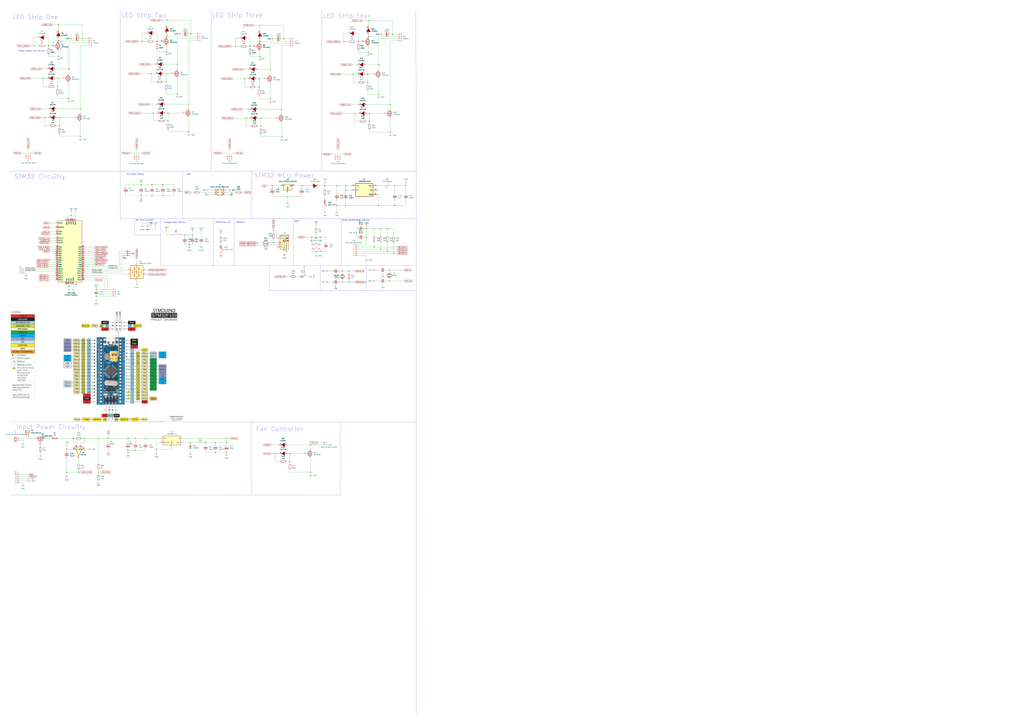
<source format=kicad_sch>
(kicad_sch (version 20211123) (generator eeschema)
  (paper "A0")
  (junction (at 220.98 514.35))
  (junction (at 452.12 313.69))
  (junction (at 367.03 292.1))
  (junction (at 219.202 152.908))
  (junction (at 303.022 146.304))
  (junction (at 449.58 265.43))
  (junction (at 69.088 145.796))
  (junction (at 429.006 140.97))
  (junction (at 405.13 327.66))
  (junction (at 182.372 48.006))
  (junction (at 111.76 344.17))
  (junction (at 176.53 227.33))
  (junction (at 336.55 527.05))
  (junction (at 148.59 523.24))
  (junction (at 262.89 514.35))
  (junction (at 67.056 90.932))
  (junction (at 441.96 265.43))
  (junction (at 168.91 509.27))
  (junction (at 205.994 74.676))
  (junction (at 56.388 53.34))
  (junction (at 193.802 41.91))
  (junction (at 427.736 60.706))
  (junction (at 301.752 66.04))
  (junction (at 372.11 275.59))
  (junction (at 434.34 287.02))
  (junction (at 409.956 86.106))
  (junction (at 93.218 126.492))
  (junction (at 429.006 131.826))
  (junction (at 219.202 121.158))
  (junction (at 401.32 238.76))
  (junction (at 411.988 131.826))
  (junction (at 397.51 327.66))
  (junction (at 458.47 238.76))
  (junction (at 91.44 548.64))
  (junction (at 165.354 48.006))
  (junction (at 39.37 53.34))
  (junction (at 189.23 214.63))
  (junction (at 93.218 158.242))
  (junction (at 300.99 91.44))
  (junction (at 97.79 509.27))
  (junction (at 286.004 137.16))
  (junction (at 67.818 28.702))
  (junction (at 416.306 48.514))
  (junction (at 425.45 275.59))
  (junction (at 453.136 121.666))
  (junction (at 377.19 215.9))
  (junction (at 181.61 521.97))
  (junction (at 77.47 521.97))
  (junction (at 67.818 65.532))
  (junction (at 157.48 523.24))
  (junction (at 219.71 284.48))
  (junction (at 329.692 45.212))
  (junction (at 77.47 548.64))
  (junction (at 80.01 332.74))
  (junction (at 434.34 265.43))
  (junction (at 425.45 265.43))
  (junction (at 439.928 75.184))
  (junction (at 125.73 509.27))
  (junction (at 273.304 53.848))
  (junction (at 114.3 509.27))
  (junction (at 426.974 86.106))
  (junction (at 238.76 514.35))
  (junction (at 300.99 101.092))
  (junction (at 441.96 289.56))
  (junction (at 223.5107 273.0479))
  (junction (at 405.13 314.96))
  (junction (at 95.758 44.704))
  (junction (at 397.51 314.96))
  (junction (at 193.04 95.25))
  (junction (at 69.088 136.652))
  (junction (at 401.32 220.98))
  (junction (at 399.288 48.514))
  (junction (at 82.55 250.19))
  (junction (at 327.152 127))
  (junction (at 427.736 23.876))
  (junction (at 414.02 270.51))
  (junction (at 195.072 131.318))
  (junction (at 189.23 227.33))
  (junction (at 52.07 136.652))
  (junction (at 283.972 91.44))
  (junction (at 50.038 90.932))
  (junction (at 176.53 214.63))
  (junction (at 163.83 227.33))
  (junction (at 303.022 137.16))
  (junction (at 452.12 326.39))
  (junction (at 262.89 525.78))
  (junction (at 114.3 548.64))
  (junction (at 360.68 516.89))
  (junction (at 214.6207 273.0479))
  (junction (at 327.152 158.75))
  (junction (at 85.09 509.27))
  (junction (at 157.48 509.27))
  (junction (at 391.16 238.76))
  (junction (at 313.944 115.062))
  (junction (at 439.42 238.76))
  (junction (at 350.52 215.9))
  (junction (at 426.974 95.758))
  (junction (at 80.01 80.01))
  (junction (at 453.136 153.416))
  (junction (at 316.23 215.9))
  (junction (at 163.83 214.63))
  (junction (at 67.818 47.244))
  (junction (at 301.752 47.752))
  (junction (at 457.2 294.64))
  (junction (at 372.11 292.1))
  (junction (at 317.5 267.97))
  (junction (at 313.944 80.518))
  (junction (at 290.322 53.848))
  (junction (at 176.022 85.598))
  (junction (at 317.5 281.94))
  (junction (at 458.47 215.9))
  (junction (at 205.994 109.22))
  (junction (at 193.04 85.598))
  (junction (at 193.802 60.198))
  (junction (at 360.68 548.64))
  (junction (at 195.072 140.462))
  (junction (at 193.802 23.368))
  (junction (at 455.676 39.878))
  (junction (at 439.928 109.728))
  (junction (at 262.89 509.27))
  (junction (at 427.736 42.418))
  (junction (at 250.19 514.35))
  (junction (at 449.58 292.1))
  (junction (at 80.01 114.554))
  (junction (at 178.054 131.318))
  (junction (at 250.19 525.78))
  (junction (at 67.056 100.584))
  (junction (at 301.752 29.21))
  (junction (at 391.16 215.9))
  (junction (at 148.59 509.27))
  (junction (at 336.55 536.194))
  (junction (at 367.03 275.59))
  (junction (at 334.01 228.6))
  (junction (at 361.95 275.59))
  (junction (at 401.32 215.9))
  (junction (at 111.76 336.55))
  (junction (at 221.742 39.37))
  (junction (at 471.17 215.9))
  (junction (at 319.532 527.05))
  (no_connect (at 64.77 317.5))
  (no_connect (at 64.77 299.72))
  (no_connect (at 64.77 294.64))
  (no_connect (at 64.77 297.18))
  (no_connect (at 77.47 254))
  (no_connect (at 332.74 292.1))
  (no_connect (at 438.15 220.98))
  (no_connect (at 322.58 287.02))
  (wire (pts (xy 317.5 266.7) (xy 317.5 267.97)))
  (polyline (pts (xy 186.69 308.61) (xy 186.69 254)))
  (wire (pts (xy 93.98 516.89) (xy 93.98 514.35)))
  (wire (pts (xy 401.32 238.76) (xy 401.32 232.41)))
  (wire (pts (xy 186.69 514.35) (xy 181.61 514.35)))
  (polyline (pts (xy 373.38 12.7) (xy 373.38 198.374)))
  (wire (pts (xy 157.48 509.27) (xy 168.91 509.27)))
  (wire (pts (xy 169.672 38.354) (xy 165.354 38.354)))
  (wire (pts (xy 439.42 238.76) (xy 401.32 238.76)))
  (wire (pts (xy 415.29 289.56) (xy 441.96 289.56)))
  (wire (pts (xy 67.056 110.49) (xy 67.056 114.554)))
  (wire (pts (xy 30.48 506.73) (xy 30.48 509.27)))
  (wire (pts (xy 67.818 47.244) (xy 67.818 44.958)))
  (wire (pts (xy 435.61 313.69) (xy 440.69 313.69)))
  (wire (pts (xy 427.736 42.418) (xy 427.736 43.434)))
  (wire (pts (xy 148.59 521.97) (xy 148.59 523.24)))
  (wire (pts (xy 329.692 29.21) (xy 329.692 45.212)))
  (wire (pts (xy 434.34 265.43) (xy 425.45 265.43)))
  (wire (pts (xy 426.974 86.106) (xy 432.308 86.106)))
  (wire (pts (xy 334.01 228.6) (xy 334.01 223.52)))
  (wire (pts (xy 280.67 223.52) (xy 283.21 223.52)))
  (wire (pts (xy 67.818 65.532) (xy 67.818 67.31)))
  (wire (pts (xy 360.68 532.13) (xy 360.68 548.64)))
  (wire (pts (xy 109.22 292.1) (xy 97.79 292.1)))
  (wire (pts (xy 299.72 281.94) (xy 304.8 281.94)))
  (wire (pts (xy 461.518 47.498) (xy 453.136 47.498)))
  (wire (pts (xy 97.79 314.96) (xy 142.24 314.96)))
  (wire (pts (xy 109.22 325.12) (xy 97.79 325.12)))
  (wire (pts (xy 67.31 509.27) (xy 85.09 509.27)))
  (wire (pts (xy 22.86 511.81) (xy 26.67 511.81)))
  (wire (pts (xy 32.766 173.482) (xy 32.766 179.578)))
  (wire (pts (xy 168.91 318.77) (xy 171.45 318.77)))
  (wire (pts (xy 25.4 177.8) (xy 30.226 177.8)))
  (wire (pts (xy 414.02 275.59) (xy 414.02 270.51)))
  (wire (pts (xy 449.58 281.94) (xy 449.58 292.1)))
  (wire (pts (xy 129.54 336.55) (xy 111.76 336.55)))
  (wire (pts (xy 313.944 50.292) (xy 335.534 50.292)))
  (wire (pts (xy 146.05 217.17) (xy 146.05 214.63)))
  (wire (pts (xy 471.17 215.9) (xy 471.17 224.79)))
  (wire (pts (xy 257.81 177.8) (xy 264.16 177.8)))
  (wire (pts (xy 163.83 131.318) (xy 178.054 131.318)))
  (wire (pts (xy 461.01 294.64) (xy 457.2 294.64)))
  (wire (pts (xy 161.29 177.8) (xy 165.1 177.8)))
  (polyline (pts (xy 292.2907 198.7753) (xy 292.1 254)))
  (wire (pts (xy 238.76 514.35) (xy 250.19 514.35)))
  (wire (pts (xy 175.26 266.7) (xy 180.34 266.7)))
  (wire (pts (xy 67.056 90.932) (xy 67.056 100.584)))
  (wire (pts (xy 114.3 538.48) (xy 114.3 509.27)))
  (wire (pts (xy 88.9 514.35) (xy 85.09 514.35)))
  (wire (pts (xy 327.406 45.212) (xy 329.692 45.212)))
  (polyline (pts (xy 212.09 254) (xy 139.7 254)))
  (wire (pts (xy 180.34 266.7) (xy 180.34 262.89)))
  (wire (pts (xy 146.05 227.33) (xy 163.83 227.33)))
  (wire (pts (xy 427.736 60.706) (xy 427.736 62.484)))
  (wire (pts (xy 193.802 41.91) (xy 193.802 39.624)))
  (wire (pts (xy 57.15 322.58) (xy 64.77 322.58)))
  (wire (pts (xy 26.67 511.81) (xy 26.67 514.35)))
  (wire (pts (xy 461.518 39.878) (xy 455.676 39.878)))
  (wire (pts (xy 189.23 224.79) (xy 189.23 227.33)))
  (polyline (pts (xy 139.446 12.192) (xy 139.446 197.866)))
  (polyline (pts (xy 372.11 337.82) (xy 312.42 337.82)))
  (wire (pts (xy 319.532 527.05) (xy 319.532 536.194)))
  (wire (pts (xy 336.55 536.194) (xy 336.55 538.48)))
  (wire (pts (xy 125.73 505.46) (xy 125.73 509.27)))
  (wire (pts (xy 223.52 269.24) (xy 223.5107 273.0479)))
  (wire (pts (xy 59.69 509.27) (xy 52.07 509.27)))
  (wire (pts (xy 301.752 58.928) (xy 301.752 66.04)))
  (wire (pts (xy 415.29 292.1) (xy 449.58 292.1)))
  (wire (pts (xy 56.388 63.246) (xy 56.388 65.532)))
  (wire (pts (xy 471.17 215.9) (xy 458.47 215.9)))
  (wire (pts (xy 449.58 265.43) (xy 441.96 265.43)))
  (wire (pts (xy 298.704 80.518) (xy 313.944 80.518)))
  (wire (pts (xy 448.31 313.69) (xy 452.12 313.69)))
  (wire (pts (xy 443.992 39.878) (xy 445.77 39.878)))
  (wire (pts (xy 31.75 556.26) (xy 22.86 556.26)))
  (wire (pts (xy 88.9 516.89) (xy 88.9 514.35)))
  (wire (pts (xy 176.022 85.598) (xy 180.34 85.598)))
  (wire (pts (xy 140.97 312.42) (xy 140.97 294.64)))
  (wire (pts (xy 330.2 294.64) (xy 330.2 292.1)))
  (wire (pts (xy 82.55 332.74) (xy 80.01 332.74)))
  (wire (pts (xy 372.11 289.56) (xy 372.11 292.1)))
  (wire (pts (xy 300.99 110.998) (xy 300.99 115.062)))
  (wire (pts (xy 427.736 53.594) (xy 427.736 60.706)))
  (polyline (pts (xy 139.7 199.39) (xy 139.7 254)))
  (wire (pts (xy 114.3 546.1) (xy 114.3 548.64)))
  (wire (pts (xy 182.372 57.912) (xy 182.372 60.198)))
  (wire (pts (xy 36.576 90.932) (xy 50.038 90.932)))
  (wire (pts (xy 95.25 509.27) (xy 97.79 509.27)))
  (wire (pts (xy 212.09 514.35) (xy 220.98 514.35)))
  (wire (pts (xy 391.16 245.11) (xy 391.16 238.76)))
  (wire (pts (xy 374.65 516.89) (xy 360.68 516.89)))
  (wire (pts (xy 458.47 238.76) (xy 439.42 238.76)))
  (wire (pts (xy 114.3 548.64) (xy 114.3 551.18)))
  (wire (pts (xy 316.23 226.06) (xy 316.23 228.6)))
  (wire (pts (xy 65.278 145.796) (xy 69.088 145.796)))
  (wire (pts (xy 125.73 509.27) (xy 125.73 514.35)))
  (wire (pts (xy 91.44 548.64) (xy 77.47 548.64)))
  (wire (pts (xy 64.77 80.01) (xy 80.01 80.01)))
  (wire (pts (xy 334.01 234.95) (xy 334.01 228.6)))
  (wire (pts (xy 415.29 284.48) (xy 425.45 284.48)))
  (wire (pts (xy 250.19 524.51) (xy 250.19 525.78)))
  (wire (pts (xy 449.58 274.32) (xy 449.58 265.43)))
  (wire (pts (xy 111.76 336.55) (xy 111.76 335.28)))
  (wire (pts (xy 412.75 270.51) (xy 414.02 270.51)))
  (wire (pts (xy 148.59 523.24) (xy 148.59 524.51)))
  (wire (pts (xy 176.53 217.17) (xy 176.53 214.63)))
  (wire (pts (xy 211.582 131.318) (xy 195.072 131.318)))
  (wire (pts (xy 219.202 46.99) (xy 219.202 121.158)))
  (wire (pts (xy 157.48 509.27) (xy 157.48 514.35)))
  (wire (pts (xy 434.34 287.02) (xy 434.34 281.94)))
  (polyline (pts (xy 247.65 308.61) (xy 186.69 308.61)))
  (polyline (pts (xy 394.97 575.31) (xy 394.97 491.49)))
  (wire (pts (xy 85.09 335.28) (xy 85.09 330.2)))
  (wire (pts (xy 369.57 514.35) (xy 374.65 514.35)))
  (wire (pts (xy 102.87 521.97) (xy 99.06 521.97)))
  (wire (pts (xy 67.818 47.244) (xy 67.818 48.26)))
  (wire (pts (xy 85.09 254) (xy 85.09 250.19)))
  (wire (pts (xy 367.03 275.59) (xy 372.11 275.59)))
  (wire (pts (xy 415.29 297.18) (xy 425.45 297.18)))
  (wire (pts (xy 416.306 60.706) (xy 427.736 60.706)))
  (wire (pts (xy 64.77 307.34) (xy 57.15 307.34)))
  (wire (pts (xy 426.974 105.664) (xy 426.974 109.728)))
  (wire (pts (xy 58.42 289.56) (xy 64.77 289.56)))
  (wire (pts (xy 360.68 215.9) (xy 350.52 215.9)))
  (wire (pts (xy 303.022 137.16) (xy 303.022 146.304)))
  (wire (pts (xy 367.03 264.16) (xy 367.03 261.62)))
  (wire (pts (xy 176.53 224.79) (xy 176.53 227.33)))
  (wire (pts (xy 401.32 215.9) (xy 391.16 215.9)))
  (wire (pts (xy 405.13 327.66) (xy 411.48 327.66)))
  (wire (pts (xy 453.136 121.666) (xy 453.136 126.746)))
  (wire (pts (xy 26.67 561.34) (xy 22.86 561.34)))
  (wire (pts (xy 360.68 548.64) (xy 360.68 551.18)))
  (wire (pts (xy 176.022 85.598) (xy 176.022 95.25)))
  (wire (pts (xy 290.322 66.04) (xy 301.752 66.04)))
  (wire (pts (xy 214.6207 273.0479) (xy 223.5107 273.0479)))
  (wire (pts (xy 109.22 304.8) (xy 97.79 304.8)))
  (polyline (pts (xy 425.45 337.82) (xy 425.45 308.61)))
  (wire (pts (xy 57.15 320.04) (xy 64.77 320.04)))
  (wire (pts (xy 429.006 153.416) (xy 453.136 153.416)))
  (wire (pts (xy 290.322 44.196) (xy 290.322 53.848)))
  (wire (pts (xy 262.89 524.51) (xy 262.89 525.78)))
  (wire (pts (xy 83.82 521.97) (xy 77.47 521.97)))
  (wire (pts (xy 176.53 214.63) (xy 163.83 214.63)))
  (wire (pts (xy 391.16 232.41) (xy 391.16 238.76)))
  (wire (pts (xy 64.77 259.08) (xy 58.42 259.08)))
  (wire (pts (xy 187.706 23.368) (xy 193.802 23.368)))
  (wire (pts (xy 346.71 321.31) (xy 344.17 321.31)))
  (wire (pts (xy 91.44 538.48) (xy 91.44 532.13)))
  (wire (pts (xy 405.13 325.12) (xy 405.13 327.66)))
  (wire (pts (xy 452.12 326.39) (xy 448.31 326.39)))
  (wire (pts (xy 319.532 137.16) (xy 303.022 137.16)))
  (wire (pts (xy 109.22 294.64) (xy 97.79 294.64)))
  (wire (pts (xy 405.13 317.5) (xy 405.13 314.96)))
  (wire (pts (xy 144.78 297.18) (xy 146.05 297.18)))
  (wire (pts (xy 87.63 254) (xy 87.63 246.38)))
  (wire (pts (xy 30.48 317.5) (xy 27.94 317.5)))
  (wire (pts (xy 125.73 509.27) (xy 114.3 509.27)))
  (wire (pts (xy 313.944 80.518) (xy 313.944 86.36)))
  (wire (pts (xy 300.228 127) (xy 327.152 127)))
  (wire (pts (xy 57.15 309.88) (xy 64.77 309.88)))
  (wire (pts (xy 124.46 339.09) (xy 124.46 320.04)))
  (wire (pts (xy 395.478 48.514) (xy 399.288 48.514)))
  (polyline (pts (xy 12.192 490.22) (xy 483.362 490.22)))
  (wire (pts (xy 33.02 553.72) (xy 22.86 553.72)))
  (wire (pts (xy 452.12 313.69) (xy 452.12 316.23)))
  (wire (pts (xy 109.22 289.56) (xy 97.79 289.56)))
  (wire (pts (xy 389.89 180.34) (xy 389.89 179.07)))
  (wire (pts (xy 142.24 313.69) (xy 148.59 313.69)))
  (polyline (pts (xy 295.91 575.31) (xy 394.97 575.31)))
  (wire (pts (xy 214.6207 284.4779) (xy 219.71 284.48)))
  (wire (pts (xy 378.46 275.59) (xy 372.11 275.59)))
  (wire (pts (xy 142.24 317.5) (xy 97.79 317.5)))
  (wire (pts (xy 461.01 289.56) (xy 441.96 289.56)))
  (wire (pts (xy 312.42 284.48) (xy 322.58 284.48)))
  (wire (pts (xy 80.01 335.28) (xy 80.01 332.74)))
  (wire (pts (xy 205.994 44.45) (xy 205.994 74.676)))
  (wire (pts (xy 193.802 41.91) (xy 193.802 42.926)))
  (wire (pts (xy 30.48 318.77) (xy 30.48 317.5)))
  (wire (pts (xy 415.29 287.02) (xy 434.34 287.02)))
  (wire (pts (xy 201.93 227.33) (xy 189.23 227.33)))
  (wire (pts (xy 309.88 215.9) (xy 316.23 215.9)))
  (wire (pts (xy 93.218 126.492) (xy 93.218 131.572)))
  (wire (pts (xy 283.972 91.44) (xy 288.29 91.44)))
  (wire (pts (xy 439.928 109.728) (xy 439.928 111.506)))
  (wire (pts (xy 377.19 215.9) (xy 377.19 213.36)))
  (wire (pts (xy 193.04 273.05) (xy 198.12 273.05)))
  (wire (pts (xy 82.55 250.19) (xy 82.55 254)))
  (polyline (pts (xy 482.6 308.61) (xy 271.78 308.61)))
  (wire (pts (xy 336.55 321.31) (xy 332.74 321.31)))
  (wire (pts (xy 471.17 238.76) (xy 471.17 232.41)))
  (wire (pts (xy 146.05 227.33) (xy 146.05 224.79)))
  (wire (pts (xy 148.59 509.27) (xy 148.59 514.35)))
  (wire (pts (xy 77.47 332.74) (xy 77.47 330.2)))
  (wire (pts (xy 299.212 146.304) (xy 303.022 146.304)))
  (wire (pts (xy 193.04 85.598) (xy 198.374 85.598)))
  (wire (pts (xy 381 314.96) (xy 386.08 314.96)))
  (polyline (pts (xy 271.78 308.61) (xy 271.78 254)))
  (wire (pts (xy 138.43 292.1) (xy 138.43 309.88)))
  (wire (pts (xy 301.752 47.752) (xy 335.534 47.752)))
  (wire (pts (xy 416.306 58.42) (xy 416.306 60.706)))
  (wire (pts (xy 182.372 48.006) (xy 182.372 50.292)))
  (wire (pts (xy 256.54 283.21) (xy 256.54 281.94)))
  (wire (pts (xy 193.04 273.05) (xy 193.04 267.97)))
  (wire (pts (xy 273.05 177.8) (xy 269.24 177.8)))
  (wire (pts (xy 58.42 292.1) (xy 64.77 292.1)))
  (wire (pts (xy 391.16 215.9) (xy 377.19 215.9)))
  (wire (pts (xy 396.494 86.106) (xy 409.956 86.106)))
  (wire (pts (xy 77.47 521.97) (xy 77.47 519.43)))
  (wire (pts (xy 429.006 140.97) (xy 429.006 143.256)))
  (wire (pts (xy 93.218 52.324) (xy 93.218 126.492)))
  (wire (pts (xy 453.136 47.498) (xy 453.136 121.666)))
  (wire (pts (xy 80.01 49.784) (xy 101.6 49.784)))
  (wire (pts (xy 327.152 142.24) (xy 327.152 158.75)))
  (wire (pts (xy 297.18 101.092) (xy 300.99 101.092)))
  (wire (pts (xy 303.022 158.75) (xy 327.152 158.75)))
  (wire (pts (xy 193.04 109.22) (xy 205.994 109.22)))
  (wire (pts (xy 425.45 265.43) (xy 425.45 275.59)))
  (wire (pts (xy 353.06 527.05) (xy 336.55 527.05)))
  (wire (pts (xy 48.7 136.6434) (xy 52.07 136.652)))
  (wire (pts (xy 193.802 60.198) (xy 193.802 61.976)))
  (polyline (pts (xy 212.09 254) (xy 212.09 254)))
  (wire (pts (xy 205.994 109.22) (xy 205.994 110.998)))
  (wire (pts (xy 327.152 158.75) (xy 327.152 161.29)))
  (wire (pts (xy 429.006 131.826) (xy 429.006 140.97)))
  (wire (pts (xy 290.322 53.848) (xy 290.322 56.134)))
  (wire (pts (xy 256.54 274.32) (xy 256.54 271.78)))
  (wire (pts (xy 67.818 28.702) (xy 95.758 28.702)))
  (wire (pts (xy 238.76 514.35) (xy 238.76 516.89)))
  (wire (pts (xy 168.91 523.24) (xy 168.91 521.97)))
  (wire (pts (xy 109.22 307.34) (xy 97.79 307.34)))
  (wire (pts (xy 182.372 60.198) (xy 193.802 60.198)))
  (wire (pts (xy 282.956 80.518) (xy 288.544 80.518)))
  (wire (pts (xy 458.47 232.41) (xy 458.47 238.76)))
  (wire (pts (xy 313.944 50.292) (xy 313.944 80.518)))
  (polyline (pts (xy 11.684 198.628) (xy 483.362 198.882)))
  (wire (pts (xy 427.736 23.876) (xy 427.736 29.972)))
  (wire (pts (xy 300.99 91.44) (xy 300.99 101.092)))
  (wire (pts (xy 219.202 136.398) (xy 219.202 152.908)))
  (polyline (pts (xy 292.1 574.04) (xy 292.1 490.22)))
  (wire (pts (xy 87.63 509.27) (xy 85.09 509.27)))
  (wire (pts (xy 377.19 219.71) (xy 377.19 215.9)))
  (wire (pts (xy 423.164 95.758) (xy 426.974 95.758)))
  (wire (pts (xy 394.97 179.07) (xy 398.78 179.07)))
  (wire (pts (xy 178.054 131.318) (xy 178.054 140.462)))
  (wire (pts (xy 265.43 220.98) (xy 261.62 220.98)))
  (wire (pts (xy 224.79 223.52) (xy 222.25 223.52)))
  (wire (pts (xy 333.756 516.89) (xy 360.68 516.89)))
  (wire (pts (xy 429.006 131.826) (xy 426.212 131.826)))
  (polyline (pts (xy 156.21 273.05) (xy 156.21 254)))
  (wire (pts (xy 63.246 100.584) (xy 67.056 100.584)))
  (wire (pts (xy 195.072 140.462) (xy 195.072 142.748)))
  (wire (pts (xy 189.23 95.25) (xy 193.04 95.25)))
  (wire (pts (xy 39.37 43.688) (xy 39.37 53.34)))
  (polyline (pts (xy 340.36 254) (xy 340.36 308.61)))
  (wire (pts (xy 313.944 115.062) (xy 313.944 116.84)))
  (wire (pts (xy 262.89 525.78) (xy 262.89 527.05)))
  (wire (pts (xy 158.75 326.39) (xy 158.75 328.93)))
  (wire (pts (xy 121.92 322.58) (xy 121.92 341.63)))
  (wire (pts (xy 290.322 63.754) (xy 290.322 66.04)))
  (wire (pts (xy 318.008 45.212) (xy 319.786 45.212)))
  (wire (pts (xy 435.61 326.39) (xy 440.69 326.39)))
  (wire (pts (xy 52.07 136.652) (xy 56.134 136.652)))
  (wire (pts (xy 64.77 312.42) (xy 27.94 312.42)))
  (wire (pts (xy 384.81 179.07) (xy 389.89 179.07)))
  (wire (pts (xy 250.19 525.78) (xy 262.89 525.78)))
  (wire (pts (xy 193.04 85.598) (xy 193.04 95.25)))
  (wire (pts (xy 162.56 85.598) (xy 176.022 85.598)))
  (wire (pts (xy 424.434 86.106) (xy 426.974 86.106)))
  (wire (pts (xy 189.23 227.33) (xy 176.53 227.33)))
  (wire (pts (xy 193.04 105.156) (xy 193.04 109.22)))
  (wire (pts (xy 416.306 48.514) (xy 416.306 50.8)))
  (wire (pts (xy 425.45 275.59) (xy 425.45 284.48)))
  (wire (pts (xy 26.67 562.61) (xy 26.67 561.34)))
  (wire (pts (xy 336.55 546.1) (xy 336.55 548.64)))
  (wire (pts (xy 66.294 126.492) (xy 93.218 126.492)))
  (wire (pts (xy 439.42 226.06) (xy 439.42 238.76)))
  (wire (pts (xy 422.91 265.43) (xy 425.45 265.43)))
  (wire (pts (xy 101.6 52.324) (xy 93.218 52.324)))
  (wire (pts (xy 321.31 276.86) (xy 321.31 267.97)))
  (wire (pts (xy 77.47 548.64) (xy 77.47 552.45)))
  (wire (pts (xy 50.038 90.932) (xy 54.356 90.932)))
  (wire (pts (xy 109.22 299.72) (xy 97.79 299.72)))
  (wire (pts (xy 30.226 177.8) (xy 30.226 179.578)))
  (wire (pts (xy 452.12 323.85) (xy 452.12 326.39)))
  (wire (pts (xy 48.006 126.492) (xy 56.134 126.492)))
  (wire (pts (xy 439.928 44.958) (xy 439.928 75.184)))
  (wire (pts (xy 336.55 527.05) (xy 336.55 536.194)))
  (wire (pts (xy 445.516 131.826) (xy 429.006 131.826)))
  (wire (pts (xy 232.41 223.52) (xy 248.92 223.52)))
  (wire (pts (xy 367.03 292.1) (xy 361.95 292.1)))
  (wire (pts (xy 407.67 220.98) (xy 401.32 220.98)))
  (wire (pts (xy 189.23 214.63) (xy 189.23 217.17)))
  (wire (pts (xy 49.022 80.01) (xy 54.61 80.01)))
  (wire (pts (xy 111.76 344.17) (xy 111.76 347.98)))
  (wire (pts (xy 56.388 53.34) (xy 60.198 53.34)))
  (wire (pts (xy 372.11 275.59) (xy 372.11 284.48)))
  (wire (pts (xy 301.752 29.21) (xy 301.752 35.306)))
  (wire (pts (xy 429.006 150.876) (xy 429.006 153.416)))
  (wire (pts (xy 414.02 270.51) (xy 414.02 265.43)))
  (wire (pts (xy 409.956 86.106) (xy 409.956 95.758)))
  (wire (pts (xy 303.022 146.304) (xy 303.022 148.59)))
  (wire (pts (xy 64.77 269.24) (xy 58.42 269.24)))
  (wire (pts (xy 35.306 179.578) (xy 35.306 177.8)))
  (wire (pts (xy 67.818 28.702) (xy 67.818 34.798)))
  (wire (pts (xy 176.53 227.33) (xy 163.83 227.33)))
  (wire (pts (xy 46.99 516.89) (xy 46.99 518.16)))
  (wire (pts (xy 457.2 294.64) (xy 415.29 294.64)))
  (wire (pts (xy 219.456 39.37) (xy 221.742 39.37)))
  (wire (pts (xy 322.58 276.86) (xy 321.31 276.86)))
  (wire (pts (xy 214.6207 275.5879) (xy 214.6207 273.0479)))
  (wire (pts (xy 381 327.66) (xy 386.08 327.66)))
  (polyline (pts (xy 425.45 337.82) (xy 372.11 337.82)))
  (wire (pts (xy 277.622 44.196) (xy 273.304 44.196)))
  (wire (pts (xy 458.47 238.76) (xy 471.17 238.76)))
  (wire (pts (xy 125.73 521.97) (xy 125.73 524.51)))
  (wire (pts (xy 453.136 153.416) (xy 453.136 155.956)))
  (wire (pts (xy 163.83 217.17) (xy 163.83 214.63)))
  (wire (pts (xy 286.004 146.304) (xy 291.592 146.304)))
  (wire (pts (xy 412.496 48.514) (xy 416.306 48.514)))
  (wire (pts (xy 426.974 86.106) (xy 426.974 95.758)))
  (wire (pts (xy 405.13 314.96) (xy 411.48 314.96)))
  (wire (pts (xy 425.45 262.89) (xy 425.45 265.43)))
  (wire (pts (xy 58.42 287.02) (xy 64.77 287.02)))
  (wire (pts (xy 424.688 75.184) (xy 439.928 75.184)))
  (wire (pts (xy 201.93 224.79) (xy 201.93 227.33)))
  (wire (pts (xy 452.12 326.39) (xy 468.63 326.39)))
  (wire (pts (xy 67.056 100.584) (xy 67.056 102.87)))
  (wire (pts (xy 453.39 215.9) (xy 458.47 215.9)))
  (wire (pts (xy 223.5107 273.0479) (xy 223.5107 275.5879)))
  (wire (pts (xy 409.956 86.106) (xy 414.274 86.106)))
  (wire (pts (xy 316.23 215.9) (xy 316.23 218.44)))
  (wire (pts (xy 52.07 145.796) (xy 57.658 145.796)))
  (wire (pts (xy 156.21 177.8) (xy 151.13 177.8)))
  (wire (pts (xy 165.1 261.62) (xy 165.1 259.08)))
  (wire (pts (xy 190.754 74.676) (xy 205.994 74.676)))
  (wire (pts (xy 427.736 23.876) (xy 455.676 23.876)))
  (wire (pts (xy 161.29 180.34) (xy 161.29 177.8)))
  (wire (pts (xy 182.372 38.354) (xy 182.372 48.006)))
  (wire (pts (xy 439.928 75.184) (xy 439.928 81.026)))
  (wire (pts (xy 298.45 91.44) (xy 300.99 91.44)))
  (wire (pts (xy 299.72 284.48) (xy 304.8 284.48)))
  (wire (pts (xy 421.64 23.876) (xy 427.736 23.876)))
  (wire (pts (xy 434.34 274.32) (xy 434.34 265.43)))
  (wire (pts (xy 301.752 47.752) (xy 301.752 48.768)))
  (wire (pts (xy 93.218 158.242) (xy 93.218 160.782)))
  (wire (pts (xy 80.01 332.74) (xy 77.47 332.74)))
  (wire (pts (xy 67.818 58.42) (xy 67.818 65.532)))
  (wire (pts (xy 273.05 223.52) (xy 261.62 223.52)))
  (wire (pts (xy 426.974 109.728) (xy 439.928 109.728)))
  (wire (pts (xy 326.39 215.9) (xy 316.23 215.9)))
  (wire (pts (xy 262.89 509.27) (xy 266.7 509.27)))
  (wire (pts (xy 223.5107 284.4779) (xy 223.5107 283.2079)))
  (wire (pts (xy 220.98 514.35) (xy 228.6 514.35)))
  (wire (pts (xy 393.7 314.96) (xy 397.51 314.96)))
  (wire (pts (xy 397.764 131.826) (xy 411.988 131.826)))
  (wire (pts (xy 168.91 313.69) (xy 171.45 313.69)))
  (wire (pts (xy 161.544 48.006) (xy 165.354 48.006)))
  (wire (pts (xy 220.98 514.35) (xy 220.98 515.62)))
  (polyline (pts (xy 292.1 254) (xy 483.87 254)))
  (wire (pts (xy 69.088 158.242) (xy 93.218 158.242)))
  (wire (pts (xy 221.742 23.368) (xy 221.742 39.37)))
  (wire (pts (xy 401.32 220.98) (xy 401.32 215.9)))
  (wire (pts (xy 158.75 300.99) (xy 158.75 306.07)))
  (wire (pts (xy 453.39 39.878) (xy 455.676 39.878)))
  (wire (pts (xy 80.01 250.19) (xy 82.55 250.19)))
  (wire (pts (xy 64.77 264.16) (xy 58.42 264.16)))
  (wire (pts (xy 205.994 90.678) (xy 205.994 109.22)))
  (wire (pts (xy 461.01 287.02) (xy 434.34 287.02)))
  (wire (pts (xy 121.92 341.63) (xy 129.54 341.63)))
  (wire (pts (xy 114.3 509.27) (xy 97.79 509.27)))
  (wire (pts (xy 219.202 121.158) (xy 219.202 126.238)))
  (wire (pts (xy 411.988 131.826) (xy 416.052 131.826)))
  (wire (pts (xy 242.57 220.98) (xy 248.92 220.98)))
  (wire (pts (xy 181.61 514.35) (xy 181.61 521.97)))
  (wire (pts (xy 227.584 46.99) (xy 219.202 46.99)))
  (wire (pts (xy 178.054 131.318) (xy 182.118 131.318)))
  (wire (pts (xy 271.78 137.16) (xy 286.004 137.16)))
  (wire (pts (xy 219.202 152.908) (xy 219.202 155.448)))
  (wire (pts (xy 233.68 283.21) (xy 233.68 285.75)))
  (polyline (pts (xy 247.65 308.61) (xy 247.65 254)))
  (wire (pts (xy 300.99 115.062) (xy 313.944 115.062)))
  (wire (pts (xy 286.004 137.16) (xy 286.004 146.304)))
  (wire (pts (xy 53.848 43.688) (xy 56.388 43.688)))
  (wire (pts (xy 372.11 292.1) (xy 367.03 292.1)))
  (wire (pts (xy 193.802 23.368) (xy 193.802 29.464)))
  (wire (pts (xy 411.988 131.826) (xy 411.988 140.97)))
  (wire (pts (xy 175.26 262.89) (xy 175.26 266.7)))
  (wire (pts (xy 321.31 267.97) (xy 317.5 267.97)))
  (wire (pts (xy 210.82 273.05) (xy 214.6207 273.0479)))
  (wire (pts (xy 238.76 524.51) (xy 238.76 525.78)))
  (wire (pts (xy 80.01 96.012) (xy 80.01 114.554)))
  (wire (pts (xy 295.656 29.21) (xy 301.752 29.21)))
  (wire (pts (xy 176.53 214.63) (xy 189.23 214.63)))
  (wire (pts (xy 56.388 65.532) (xy 67.818 65.532)))
  (wire (pts (xy 256.54 292.1) (xy 256.54 290.83)))
  (wire (pts (xy 31.75 558.8) (xy 22.86 558.8)))
  (wire (pts (xy 438.15 226.06) (xy 439.42 226.06)))
  (wire (pts (xy 195.072 152.908) (xy 219.202 152.908)))
  (wire (pts (xy 64.516 90.932) (xy 67.056 90.932)))
  (wire (pts (xy 61.722 28.702) (xy 67.818 28.702)))
  (wire (pts (xy 95.758 28.702) (xy 95.758 44.704)))
  (wire (pts (xy 269.24 177.8) (xy 269.24 180.086)))
  (wire (pts (xy 80.01 114.554) (xy 80.01 116.332)))
  (wire (pts (xy 391.16 224.79) (xy 391.16 215.9)))
  (wire (pts (xy 367.03 295.91) (xy 367.03 292.1)))
  (wire (pts (xy 156.21 180.34) (xy 156.21 177.8)))
  (wire (pts (xy 142.24 318.77) (xy 142.24 317.5)))
  (polyline (pts (xy 292.1 254) (xy 212.09 254)))
  (wire (pts (xy 327.152 52.832) (xy 327.152 127)))
  (wire (pts (xy 416.306 48.514) (xy 420.116 48.514)))
  (wire (pts (xy 35.56 53.34) (xy 39.37 53.34)))
  (wire (pts (xy 193.802 23.368) (xy 221.742 23.368)))
  (wire (pts (xy 360.68 516.89) (xy 360.68 521.97)))
  (wire (pts (xy 236.22 514.35) (xy 238.76 514.35)))
  (wire (pts (xy 80.01 254) (xy 80.01 250.19)))
  (wire (pts (xy 319.532 527.05) (xy 323.596 527.05)))
  (wire (pts (xy 140.97 294.64) (xy 146.05 294.64)))
  (polyline (pts (xy 12.7 575.31) (xy 295.91 575.31)))
  (wire (pts (xy 250.19 514.35) (xy 262.89 514.35)))
  (wire (pts (xy 148.59 523.24) (xy 157.48 523.24)))
  (wire (pts (xy 129.54 339.09) (xy 124.46 339.09)))
  (wire (pts (xy 441.96 289.56) (xy 441.96 281.94)))
  (wire (pts (xy 367.03 271.78) (xy 367.03 275.59)))
  (wire (pts (xy 176.022 95.25) (xy 181.61 95.25)))
  (wire (pts (xy 35.306 177.8) (xy 39.116 177.8)))
  (wire (pts (xy 220.98 523.24) (xy 220.98 525.78)))
  (wire (pts (xy 50.038 100.584) (xy 55.626 100.584)))
  (wire (pts (xy 201.93 214.63) (xy 201.93 217.17)))
  (wire (pts (xy 91.44 546.1) (xy 91.44 548.64)))
  (polyline (pts (xy 372.11 337.82) (xy 372.11 308.61)))
  (wire (pts (xy 158.75 173.99) (xy 158.75 180.34)))
  (wire (pts (xy 195.072 150.368) (xy 195.072 152.908)))
  (wire (pts (xy 273.304 53.848) (xy 278.892 53.848)))
  (polyline (pts (xy 212.09 199.39) (xy 212.09 254)))
  (wire (pts (xy 85.09 514.35) (xy 85.09 509.27)))
  (wire (pts (xy 335.534 52.832) (xy 327.152 52.832)))
  (wire (pts (xy 56.388 53.34) (xy 56.388 55.626)))
  (wire (pts (xy 50.038 90.932) (xy 50.038 100.584)))
  (wire (pts (xy 190.5 85.598) (xy 193.04 85.598)))
  (wire (pts (xy 441.96 274.32) (xy 441.96 265.43)))
  (wire (pts (xy 264.16 177.8) (xy 264.16 180.086)))
  (wire (pts (xy 195.072 131.318) (xy 192.278 131.318)))
  (wire (pts (xy 82.55 330.2) (xy 82.55 332.74)))
  (wire (pts (xy 142.24 314.96) (xy 142.24 313.69)))
  (wire (pts (xy 425.45 297.18) (xy 425.45 300.99)))
  (polyline (pts (xy 482.6 337.82) (xy 425.45 337.82)))
  (wire (pts (xy 422.91 275.59) (xy 425.45 275.59)))
  (wire (pts (xy 46.99 525.78) (xy 46.99 528.32)))
  (wire (pts (xy 414.02 265.43) (xy 415.29 265.43)))
  (wire (pts (xy 193.802 41.91) (xy 227.584 41.91)))
  (wire (pts (xy 205.994 74.676) (xy 205.994 80.518)))
  (wire (pts (xy 77.47 524.51) (xy 77.47 521.97)))
  (wire (pts (xy 82.55 246.38) (xy 82.55 250.19)))
  (wire (pts (xy 64.77 276.86) (xy 58.42 276.86)))
  (wire (pts (xy 361.95 284.48) (xy 361.95 275.59)))
  (polyline (pts (xy 191.516 490.22) (xy 172.72 490.22)))
  (wire (pts (xy 168.91 509.27) (xy 186.69 509.27)))
  (wire (pts (xy 178.054 140.462) (xy 183.642 140.462)))
  (polyline (pts (xy 483.362 490.22) (xy 483.362 829.056)))
  (wire (pts (xy 445.77 215.9) (xy 438.15 215.9)))
  (wire (pts (xy 148.59 509.27) (xy 157.48 509.27)))
  (wire (pts (xy 163.83 229.87) (xy 163.83 227.33)))
  (wire (pts (xy 138.43 309.88) (xy 97.79 309.88)))
  (wire (pts (xy 193.802 53.086) (xy 193.802 60.198)))
  (wire (pts (xy 286.512 53.848) (xy 290.322 53.848)))
  (wire (pts (xy 397.51 314.96) (xy 397.51 317.5)))
  (wire (pts (xy 146.05 292.1) (xy 138.43 292.1)))
  (wire (pts (xy 411.988 140.97) (xy 417.576 140.97)))
  (wire (pts (xy 286.004 137.16) (xy 290.068 137.16)))
  (wire (pts (xy 453.136 136.906) (xy 453.136 153.416)))
  (wire (pts (xy 69.088 145.796) (xy 69.088 148.082)))
  (wire (pts (xy 67.818 47.244) (xy 101.6 47.244)))
  (wire (pts (xy 335.534 45.212) (xy 329.692 45.212)))
  (wire (pts (xy 219.7007 285.7479) (xy 219.71 284.48)))
  (wire (pts (xy 233.68 275.59) (xy 233.68 269.24)))
  (wire (pts (xy 265.43 226.06) (xy 261.62 226.06)))
  (wire (pts (xy 377.19 227.33) (xy 377.19 231.14)))
  (wire (pts (xy 97.79 322.58) (xy 121.92 322.58)))
  (wire (pts (xy 281.94 127) (xy 290.068 127)))
  (wire (pts (xy 303.022 137.16) (xy 300.228 137.16)))
  (wire (pts (xy 238.76 525.78) (xy 250.19 525.78)))
  (polyline (pts (xy 186.69 273.05) (xy 156.21 273.05)))
  (wire (pts (xy 471.17 213.36) (xy 471.17 215.9)))
  (wire (pts (xy 64.77 271.78) (xy 58.42 271.78)))
  (wire (pts (xy 370.84 215.9) (xy 377.19 215.9)))
  (wire (pts (xy 64.77 314.96) (xy 27.94 314.96)))
  (wire (pts (xy 52.578 53.34) (xy 56.388 53.34)))
  (wire (pts (xy 69.088 136.652) (xy 66.294 136.652)))
  (wire (pts (xy 101.6 44.704) (xy 95.758 44.704)))
  (wire (pts (xy 93.98 514.35) (xy 97.79 514.35)))
  (wire (pts (xy 116.84 548.64) (xy 114.3 548.64)))
  (wire (pts (xy 85.09 250.19) (xy 82.55 250.19)))
  (wire (pts (xy 315.468 516.89) (xy 323.596 516.89)))
  (wire (pts (xy 192.278 121.158) (xy 219.202 121.158)))
  (wire (pts (xy 189.23 214.63) (xy 201.93 214.63)))
  (wire (pts (xy 97.79 514.35) (xy 97.79 509.27)))
  (wire (pts (xy 168.91 509.27) (xy 168.91 514.35)))
  (wire (pts (xy 157.48 521.97) (xy 157.48 523.24)))
  (wire (pts (xy 316.23 228.6) (xy 334.01 228.6)))
  (wire (pts (xy 109.22 287.02) (xy 97.79 287.02)))
  (wire (pts (xy 84.074 44.704) (xy 85.852 44.704)))
  (polyline (pts (xy 312.42 337.82) (xy 312.42 308.61)))
  (wire (pts (xy 394.97 180.34) (xy 394.97 179.07)))
  (wire (pts (xy 350.52 228.6) (xy 334.01 228.6)))
  (wire (pts (xy 171.45 259.08) (xy 171.45 261.62)))
  (wire (pts (xy 401.32 224.79) (xy 401.32 220.98)))
  (wire (pts (xy 392.43 173.99) (xy 392.43 180.34)))
  (wire (pts (xy 80.01 49.784) (xy 80.01 80.01)))
  (wire (pts (xy 64.77 325.12) (xy 57.15 325.12)))
  (wire (pts (xy 455.676 23.876) (xy 455.676 39.878)))
  (wire (pts (xy 378.46 292.1) (xy 372.11 292.1)))
  (wire (pts (xy 439.928 44.958) (xy 461.518 44.958)))
  (wire (pts (xy 210.058 39.37) (xy 211.836 39.37)))
  (wire (pts (xy 301.752 47.752) (xy 301.752 45.466)))
  (wire (pts (xy 219.71 284.48) (xy 223.5107 284.4779)))
  (wire (pts (xy 426.212 121.666) (xy 453.136 121.666)))
  (wire (pts (xy 377.19 245.11) (xy 377.19 238.76)))
  (wire (pts (xy 408.94 75.184) (xy 414.528 75.184)))
  (wire (pts (xy 199.39 519.43) (xy 199.39 521.97)))
  (wire (pts (xy 425.196 140.97) (xy 429.006 140.97)))
  (wire (pts (xy 77.47 532.13) (xy 77.47 548.64)))
  (wire (pts (xy 41.91 509.27) (xy 33.02 509.27)))
  (wire (pts (xy 354.33 275.59) (xy 361.95 275.59)))
  (wire (pts (xy 457.2 265.43) (xy 449.58 265.43)))
  (wire (pts (xy 39.37 53.34) (xy 44.958 53.34)))
  (wire (pts (xy 399.288 48.514) (xy 404.876 48.514)))
  (wire (pts (xy 67.056 114.554) (xy 80.01 114.554)))
  (wire (pts (xy 300.99 101.092) (xy 300.99 103.378)))
  (wire (pts (xy 350.52 215.9) (xy 350.52 218.44)))
  (wire (pts (xy 165.1 259.08) (xy 171.45 259.08)))
  (wire (pts (xy 111.76 344.17) (xy 129.54 344.17)))
  (wire (pts (xy 248.92 226.06) (xy 242.57 226.06)))
  (wire (pts (xy 397.51 325.12) (xy 397.51 327.66)))
  (polyline (pts (xy 271.78 308.61) (xy 247.65 308.61)))
  (wire (pts (xy 273.304 44.196) (xy 273.304 53.848)))
  (polyline (pts (xy 482.854 12.192) (xy 483.362 198.882)))
  (wire (pts (xy 199.39 521.97) (xy 181.61 521.97)))
  (polyline (pts (xy 483.362 198.628) (xy 483.362 490.22)))
  (wire (pts (xy 449.58 292.1) (xy 461.01 292.1)))
  (wire (pts (xy 52.07 136.652) (xy 52.07 145.796)))
  (wire (pts (xy 163.83 224.79) (xy 163.83 227.33)))
  (wire (pts (xy 266.7 173.99) (xy 266.7 180.086)))
  (wire (pts (xy 212.09 509.27) (xy 262.89 509.27)))
  (wire (pts (xy 64.77 281.94) (xy 58.42 281.94)))
  (wire (pts (xy 317.5 278.13) (xy 317.5 281.94)))
  (wire (pts (xy 64.77 302.26) (xy 58.42 302.26)))
  (wire (pts (xy 80.01 80.01) (xy 80.01 85.852)))
  (wire (pts (xy 391.16 238.76) (xy 401.32 238.76)))
  (wire (pts (xy 69.088 136.652) (xy 69.088 145.796)))
  (wire (pts (xy 97.79 312.42) (xy 140.97 312.42)))
  (wire (pts (xy 439.928 91.186) (xy 439.928 109.728)))
  (wire (pts (xy 179.832 38.354) (xy 182.372 38.354)))
  (wire (pts (xy 317.5 267.97) (xy 317.5 270.51)))
  (wire (pts (xy 457.2 281.94) (xy 457.2 294.64)))
  (wire (pts (xy 287.782 44.196) (xy 290.322 44.196)))
  (wire (pts (xy 322.58 281.94) (xy 317.5 281.94)))
  (wire (pts (xy 413.766 38.862) (xy 416.306 38.862)))
  (wire (pts (xy 341.63 215.9) (xy 350.52 215.9)))
  (wire (pts (xy 458.47 215.9) (xy 458.47 224.79)))
  (wire (pts (xy 290.322 53.848) (xy 294.132 53.848)))
  (wire (pts (xy 124.46 320.04) (xy 97.79 320.04)))
  (wire (pts (xy 327.152 127) (xy 327.152 132.08)))
  (wire (pts (xy 300.99 91.44) (xy 306.324 91.44)))
  (wire (pts (xy 427.736 42.418) (xy 461.518 42.418)))
  (wire (pts (xy 378.46 281.94) (xy 378.46 275.59)))
  (wire (pts (xy 175.006 74.676) (xy 180.594 74.676)))
  (wire (pts (xy 407.67 215.9) (xy 401.32 215.9)))
  (wire (pts (xy 315.468 527.05) (xy 319.532 527.05)))
  (wire (pts (xy 55.88 304.8) (xy 64.77 304.8)))
  (wire (pts (xy 409.956 95.758) (xy 415.544 95.758)))
  (wire (pts (xy 414.02 275.59) (xy 415.29 275.59)))
  (wire (pts (xy 350.52 226.06) (xy 350.52 228.6)))
  (wire (pts (xy 193.04 95.25) (xy 193.04 97.536)))
  (wire (pts (xy 378.46 289.56) (xy 378.46 292.1)))
  (wire (pts (xy 195.072 131.318) (xy 195.072 140.462)))
  (wire (pts (xy 157.48 523.24) (xy 168.91 523.24)))
  (wire (pts (xy 85.598 136.652) (xy 69.088 136.652)))
  (wire (pts (xy 457.2 274.32) (xy 457.2 265.43)))
  (wire (pts (xy 214.6207 283.2079) (xy 214.6207 284.4779)))
  (wire (pts (xy 205.994 44.45) (xy 227.584 44.45)))
  (wire (pts (xy 148.59 318.77) (xy 142.24 318.77)))
  (wire (pts (xy 336.55 527.05) (xy 333.756 527.05)))
  (wire (pts (xy 182.372 48.006) (xy 186.182 48.006)))
  (wire (pts (xy 165.354 48.006) (xy 170.942 48.006)))
  (wire (pts (xy 114.3 560.07) (xy 114.3 558.8)))
  (wire (pts (xy 262.89 514.35) (xy 262.89 516.89)))
  (wire (pts (xy 403.606 38.862) (xy 399.288 38.862)))
  (wire (pts (xy 191.262 140.462) (xy 195.072 140.462)))
  (wire (pts (xy 319.532 536.194) (xy 325.12 536.194)))
  (wire (pts (xy 441.96 265.43) (xy 434.34 265.43)))
  (wire (pts (xy 33.02 551.18) (xy 22.86 551.18)))
  (wire (pts (xy 64.77 279.4) (xy 58.42 279.4)))
  (wire (pts (xy 317.5 281.94) (xy 312.42 281.94)))
  (wire (pts (xy 262.89 509.27) (xy 262.89 514.35)))
  (wire (pts (xy 452.12 313.69) (xy 468.63 313.69)))
  (wire (pts (xy 80.01 330.2) (xy 80.01 332.74)))
  (wire (pts (xy 416.306 38.862) (xy 416.306 48.514)))
  (wire (pts (xy 43.688 43.688) (xy 39.37 43.688)))
  (wire (pts (xy 178.562 48.006) (xy 182.372 48.006)))
  (wire (pts (xy 163.83 213.36) (xy 163.83 214.63)))
  (wire (pts (xy 33.02 509.27) (xy 33.02 506.73)))
  (wire (pts (xy 146.05 214.63) (xy 163.83 214.63)))
  (wire (pts (xy 397.51 327.66) (xy 393.7 327.66)))
  (wire (pts (xy 109.22 297.18) (xy 97.79 297.18)))
  (wire (pts (xy 405.13 314.96) (xy 397.51 314.96)))
  (wire (pts (xy 165.354 38.354) (xy 165.354 48.006)))
  (wire (pts (xy 109.22 302.26) (xy 97.79 302.26)))
  (wire (pts (xy 301.752 66.04) (xy 301.752 67.818)))
  (wire (pts (xy 67.056 90.932) (xy 72.39 90.932)))
  (wire (pts (xy 92.71 548.64) (xy 91.44 548.64)))
  (wire (pts (xy 93.472 44.704) (xy 95.758 44.704)))
  (wire (pts (xy 30.48 509.27) (xy 22.86 509.27)))
  (wire (pts (xy 426.974 95.758) (xy 426.974 98.044)))
  (polyline (pts (xy 396.24 254) (xy 396.24 308.61)))
  (wire (pts (xy 56.388 43.688) (xy 56.388 53.34)))
  (wire (pts (xy 181.61 521.97) (xy 181.61 525.78)))
  (polyline (pts (xy 483.108 828.802) (xy 483.362 828.802)))
  (wire (pts (xy 407.924 121.666) (xy 416.052 121.666)))
  (wire (pts (xy 250.19 514.35) (xy 250.19 516.89)))
  (wire (pts (xy 332.74 536.194) (xy 336.55 536.194)))
  (wire (pts (xy 269.494 53.848) (xy 273.304 53.848)))
  (wire (pts (xy 173.99 121.158) (xy 182.118 121.158)))
  (wire (pts (xy 361.95 275.59) (xy 367.03 275.59)))
  (wire (pts (xy 125.73 509.27) (xy 148.59 509.27)))
  (wire (pts (xy 427.736 42.418) (xy 427.736 40.132)))
  (wire (pts (xy 399.288 38.862) (xy 399.288 48.514)))
  (wire (pts (xy 283.972 91.44) (xy 283.972 101.092)))
  (wire (pts (xy 301.752 29.21) (xy 329.692 29.21)))
  (wire (pts (xy 303.022 156.21) (xy 303.022 158.75)))
  (wire (pts (xy 405.13 327.66) (xy 397.51 327.66)))
  (wire (pts (xy 270.51 91.44) (xy 283.972 91.44)))
  (wire (pts (xy 69.088 155.702) (xy 69.088 158.242)))
  (polyline (pts (xy 245.11 12.192) (xy 245.11 197.866)))
  (wire (pts (xy 359.41 321.31) (xy 354.33 321.31)))
  (wire (pts (xy 361.95 292.1) (xy 361.95 289.56)))
  (wire (pts (xy 336.55 548.64) (xy 360.68 548.64)))
  (wire (pts (xy 313.944 96.52) (xy 313.944 115.062)))
  (wire (pts (xy 227.584 39.37) (xy 221.742 39.37)))
  (wire (pts (xy 283.972 101.092) (xy 289.56 101.092)))
  (wire (pts (xy 93.218 141.732) (xy 93.218 158.242)))
  (image (at 113.03 424.18) (scale 1.98087))
  (text "MCU Power and GND\n" (at 157.48 256.54 0) (effects (font (size 1.27 1.27)) (justify left bottom)))
  (text "G" (at 60.96 50.8 0) (effects (font (size 1.27 1.27)) (justify left bottom)))
  (text "Chosen through Trial and Error" (at 21.59 59.944 0) (effects (font (size 1.27 1.27)) (justify left bottom)))
  (text "Button Daughterboard Connector" (at 397.51 256.54 0) (effects (font (size 1.27 1.27)) (justify left bottom)))
  (text "LED Strip Four\n\n" (at 374.904 29.464 0) (effects (font (size 5 5)) (justify left bottom)))
  (text "LED Strip Three\n\n" (at 246.126 28.956 0) (effects (font (size 5 5)) (justify left bottom)))
  (text "STM32 MCU Power\n" (at 294.64 207.01 0) (effects (font (size 5 5)) (justify left bottom)))
  (text "USB Micro " (at 274.32 259.08 0) (effects (font (size 1.27 1.27)) (justify left bottom)))
  (text "Analogue Power Filtering" (at 190.5 259.08 0) (effects (font (size 1.27 1.27)) (justify left bottom)))
  (text "D" (at 69.85 49.53 0) (effects (font (size 1.27 1.27)) (justify left bottom)))
  (text "LED Strip Two\n\n" (at 140.97 28.956 0) (effects (font (size 5 5)) (justify left bottom)))
  (text "Fan Controller" (at 297.18 501.65 0) (effects (font (size 5 5)) (justify left bottom)))
  (text "LED Strip One\n" (at 14.478 22.86 0) (effects (font (size 5 5)) (justify left bottom)))
  (text "Boot\n" (at 217.17 203.2 0) (effects (font (size 1.27 1.27)) (justify left bottom)))
  (text "S" (at 69.85 58.42 0) (effects (font (size 1.27 1.27)) (justify left bottom)))
  (text "Input Power Circuitry\n" (at 19.05 499.11 0) (effects (font (size 5 5)) (justify left bottom)))
  (text "RESET" (at 341.63 257.81 0) (effects (font (size 1.27 1.27)) (justify left bottom)))
  (text "MCU Power Filtering\n" (at 147.32 203.2 0) (effects (font (size 1.27 1.27)) (justify left bottom)))
  (text "STM32 Power LED" (at 250.19 259.08 0) (effects (font (size 1.27 1.27)) (justify left bottom)))
  (text "STM32 Circuitry" (at 16.51 208.28 0) (effects (font (size 5 5)) (justify left bottom)))
  (label "STM32_USB+" (at 106.68 317.5 0))
  (label "STM32_SCL2" (at 29.21 312.42 0))
  (label "STM32_TX1" (at 125.73 309.88 0))
  (label "STM32_RX1" (at 125.73 312.42 0))
  (label "STM32_USB-" (at 106.68 314.96 0))
  (label "STM32_SDA2" (at 29.21 314.96 0))
  (global_label "PWM_1_BLUE" (shape input) (at 48.7 136.6434 180) (property "Intersheet References" "${INTERSHEET_REFS}" (effects hide)))
  (global_label "PWM_4_BLUE" (shape input) (at 57.15 309.88 180) (property "Intersheet References" "${INTERSHEET_REFS}" (effects hide)))
  (global_label "PWM_2_BLUE" (shape input) (at 109.22 304.8 0) (property "Intersheet References" "${INTERSHEET_REFS}" (effects hide)))
  (global_label "CONN_4_5V" (shape input) (at 421.64 23.876 180) (property "Intersheet References" "${INTERSHEET_REFS}" (effects hide)))
  (global_label "OSC_IN" (shape input) (at 468.63 313.69 0) (property "Intersheet References" "${INTERSHEET_REFS}" (effects hide)))
  (global_label "PWM_2_BLUE" (shape input) (at 163.83 131.318 180) (property "Intersheet References" "${INTERSHEET_REFS}" (effects hide)))
  (global_label "BOOT1" (shape input) (at 58.42 292.1 180) (property "Intersheet References" "${INTERSHEET_REFS}" (effects hide)))
  (global_label "CURR_SENSE" (shape input) (at 109.22 297.18 0) (property "Intersheet References" "${INTERSHEET_REFS}" (effects hide)))
  (global_label "CONN_2_5V" (shape input) (at 187.706 23.368 180) (property "Intersheet References" "${INTERSHEET_REFS}" (effects hide)))
  (global_label "OSC32_OUT" (shape input) (at 411.48 327.66 0) (property "Intersheet References" "${INTERSHEET_REFS}" (effects hide)))
  (global_label "PWR_5V" (shape input) (at 384.81 179.07 180) (property "Intersheet References" "${INTERSHEET_REFS}" (effects hide)))
  (global_label "BOOT0" (shape input) (at 283.21 223.52 0) (property "Intersheet References" "${INTERSHEET_REFS}" (effects hide)))
  (global_label "CONN_4_5V" (shape input) (at 408.94 75.184 180) (property "Intersheet References" "${INTERSHEET_REFS}" (effects hide)))
  (global_label "RESET" (shape input) (at 354.33 275.59 180) (property "Intersheet References" "${INTERSHEET_REFS}" (effects hide)))
  (global_label "CONN_4_5V" (shape input) (at 392.43 173.99 90) (property "Intersheet References" "${INTERSHEET_REFS}" (effects hide)))
  (global_label "PWM_4_BLUE" (shape input) (at 397.764 131.826 180) (property "Intersheet References" "${INTERSHEET_REFS}" (effects hide)))
  (global_label "VS_SENSE" (shape input) (at 109.22 299.72 0) (property "Intersheet References" "${INTERSHEET_REFS}" (effects hide)))
  (global_label "RESET" (shape input) (at 58.42 259.08 180) (property "Intersheet References" "${INTERSHEET_REFS}" (effects hide)))
  (global_label "PWM_2_GREEN" (shape input) (at 109.22 302.26 0) (property "Intersheet References" "${INTERSHEET_REFS}" (effects hide)))
  (global_label "CONN_1_5V" (shape input) (at 48.006 126.492 180) (property "Intersheet References" "${INTERSHEET_REFS}" (effects hide)))
  (global_label "PWM_2_GREEN" (shape input) (at 161.544 48.006 180) (property "Intersheet References" "${INTERSHEET_REFS}" (effects hide)))
  (global_label "EXT_5V" (shape input) (at 165.1 177.8 0) (property "Intersheet References" "${INTERSHEET_REFS}" (effects hide)))
  (global_label "PWM_4_RED" (shape input) (at 396.494 86.106 180) (property "Intersheet References" "${INTERSHEET_REFS}" (effects hide)))
  (global_label "CONN_2_5V" (shape input) (at 158.75 173.99 90) (property "Intersheet References" "${INTERSHEET_REFS}" (effects hide)))
  (global_label "PWR_5V" (shape input) (at 266.7 509.27 0) (property "Intersheet References" "${INTERSHEET_REFS}" (effects hide)))
  (global_label "VS_SENSE" (shape input) (at 116.84 548.64 0) (property "Intersheet References" "${INTERSHEET_REFS}" (effects hide)))
  (global_label "PWM_3_GREEN" (shape input) (at 269.494 53.848 180) (property "Intersheet References" "${INTERSHEET_REFS}" (effects hide)))
  (global_label "EXT_5V" (shape input) (at 39.116 177.8 0) (property "Intersheet References" "${INTERSHEET_REFS}" (effects hide)))
  (global_label "STATUS_LED" (shape input) (at 58.42 276.86 180) (property "Intersheet References" "${INTERSHEET_REFS}" (effects hide)))
  (global_label "PWM_2_BLUE" (shape input) (at 58.42 287.02 180) (property "Intersheet References" "${INTERSHEET_REFS}" (effects hide)))
  (global_label "BUTTON_1" (shape input) (at 461.01 287.02 0) (property "Intersheet References" "${INTERSHEET_REFS}" (effects hide)))
  (global_label "PWM_3_RED" (shape input) (at 55.88 304.8 180) (property "Intersheet References" "${INTERSHEET_REFS}" (effects hide)))
  (global_label "CONN_2_5V" (shape input) (at 175.006 74.676 180) (property "Intersheet References" "${INTERSHEET_REFS}" (effects hide)))
  (global_label "CONN_4_5V" (shape input) (at 407.924 121.666 180) (property "Intersheet References" "${INTERSHEET_REFS}" (effects hide)))
  (global_label "CONN_3_5V" (shape input) (at 266.7 173.99 90) (property "Intersheet References" "${INTERSHEET_REFS}" (effects hide)))
  (global_label "BUTTON_3" (shape input) (at 57.15 325.12 180) (property "Intersheet References" "${INTERSHEET_REFS}" (effects hide)))
  (global_label "CONN_1_5V" (shape input) (at 49.022 80.01 180) (property "Intersheet References" "${INTERSHEET_REFS}" (effects hide)))
  (global_label "CONN_3_5V" (shape input) (at 282.956 80.518 180) (property "Intersheet References" "${INTERSHEET_REFS}" (effects hide)))
  (global_label "BUTTON_1" (shape input) (at 57.15 320.04 180) (property "Intersheet References" "${INTERSHEET_REFS}" (effects hide)))
  (global_label "OSC32_IN" (shape input) (at 58.42 279.4 180) (property "Intersheet References" "${INTERSHEET_REFS}" (effects hide)))
  (global_label "EXT_5V" (shape input) (at 273.05 177.8 0) (property "Intersheet References" "${INTERSHEET_REFS}" (effects hide)))
  (global_label "PWR_5V" (shape input) (at 151.13 177.8 180) (property "Intersheet References" "${INTERSHEET_REFS}" (effects hide)))
  (global_label "BOOT1" (shape input) (at 222.25 223.52 180) (property "Intersheet References" "${INTERSHEET_REFS}" (effects hide)))
  (global_label "USB_VBUS" (shape input) (at 158.75 300.99 90) (property "Intersheet References" "${INTERSHEET_REFS}" (effects hide)))
  (global_label "OSC_OUT" (shape input) (at 468.63 326.39 0) (property "Intersheet References" "${INTERSHEET_REFS}" (effects hide)))
  (global_label "STATUS_LED" (shape input) (at 332.74 321.31 180) (property "Intersheet References" "${INTERSHEET_REFS}" (effects hide)))
  (global_label "PWR_5V" (shape input) (at 315.468 516.89 180) (property "Intersheet References" "${INTERSHEET_REFS}" (effects hide)))
  (global_label "STM32_USB_MICRO+" (shape input) (at 171.45 318.77 0) (property "Intersheet References" "${INTERSHEET_REFS}" (effects hide)))
  (global_label "OSC_OUT" (shape input) (at 58.42 271.78 180) (property "Intersheet References" "${INTERSHEET_REFS}" (effects hide)))
  (global_label "PWM_2_RED" (shape input) (at 162.56 85.598 180) (property "Intersheet References" "${INTERSHEET_REFS}" (effects hide)))
  (global_label "PWM_3_GREEN" (shape input) (at 58.42 302.26 180) (property "Intersheet References" "${INTERSHEET_REFS}" (effects hide)))
  (global_label "CONN_2_5V" (shape input) (at 173.99 121.158 180) (property "Intersheet References" "${INTERSHEET_REFS}" (effects hide)))
  (global_label "STM32_USB_MICRO-" (shape input) (at 299.72 284.48 180) (property "Intersheet References" "${INTERSHEET_REFS}" (effects hide)))
  (global_label "CONN_1_5V" (shape input) (at 61.722 28.702 180) (property "Intersheet References" "${INTERSHEET_REFS}" (effects hide)))
  (global_label "Vss" (shape input) (at 309.88 215.9 180) (property "Intersheet References" "${INTERSHEET_REFS}" (effects hide)))
  (global_label "PWM_1_GREEN" (shape input) (at 109.22 287.02 0) (property "Intersheet References" "${INTERSHEET_REFS}" (effects hide)))
  (global_label "PWM_3_BLUE" (shape input) (at 271.78 137.16 180) (property "Intersheet References" "${INTERSHEET_REFS}" (effects hide)))
  (global_label "PWM_3_BLUE" (shape input) (at 57.15 307.34 180) (property "Intersheet References" "${INTERSHEET_REFS}" (effects hide)))
  (global_label "OSC32_IN" (shape input) (at 411.48 314.96 0) (property "Intersheet References" "${INTERSHEET_REFS}" (effects hide)))
  (global_label "PWM_1_GREEN" (shape input) (at 35.56 53.34 180) (property "Intersheet References" "${INTERSHEET_REFS}" (effects hide)))
  (global_label "FAN_SIG" (shape input) (at 315.468 527.05 180) (property "Intersheet References" "${INTERSHEET_REFS}" (effects hide)))
  (global_label "CURR_SENSE" (shape input) (at 92.71 548.64 0) (property "Intersheet References" "${INTERSHEET_REFS}" (effects hide)))
  (global_label "USB_VBUS" (shape input) (at 317.5 266.7 90) (property "Intersheet References" "${INTERSHEET_REFS}" (effects hide)))
  (global_label "STM32_USB_MICRO+" (shape input) (at 299.72 281.94 180) (property "Intersheet References" "${INTERSHEET_REFS}" (effects hide)))
  (global_label "Vss" (shape input) (at 125.73 505.46 90) (property "Intersheet References" "${INTERSHEET_REFS}" (effects hide)))
  (global_label "EXT_5V" (shape input) (at 398.78 179.07 0) (property "Intersheet References" "${INTERSHEET_REFS}" (effects hide)))
  (global_label "PWM_3_RED" (shape input) (at 270.51 91.44 180) (property "Intersheet References" "${INTERSHEET_REFS}" (effects hide)))
  (global_label "BUTTON_2" (shape input) (at 57.15 322.58 180) (property "Intersheet References" "${INTERSHEET_REFS}" (effects hide)))
  (global_label "PWR_5V" (shape input) (at 369.57 514.35 180) (property "Intersheet References" "${INTERSHEET_REFS}" (effects hide)))
  (global_label "PWM_4_RED" (shape input) (at 58.42 289.56 180) (property "Intersheet References" "${INTERSHEET_REFS}" (effects hide)))
  (global_label "CONN_1_5V" (shape input) (at 32.766 173.482 90) (property "Intersheet References" "${INTERSHEET_REFS}" (effects hide)))
  (global_label "PWR_5V" (shape input) (at 25.4 177.8 180) (property "Intersheet References" "${INTERSHEET_REFS}" (effects hide)))
  (global_label "FAN_SIG" (shape input) (at 109.22 325.12 0) (property "Intersheet References" "${INTERSHEET_REFS}" (effects hide)))
  (global_label "STM32_USB_MICRO-" (shape input) (at 171.45 313.69 0) (property "Intersheet References" "${INTERSHEET_REFS}" (effects hide)))
  (global_label "OSC_IN" (shape input) (at 58.42 269.24 180) (property "Intersheet References" "${INTERSHEET_REFS}" (effects hide)))
  (global_label "PWR_5V" (shape input) (at 257.81 177.8 180) (property "Intersheet References" "${INTERSHEET_REFS}" (effects hide)))
  (global_label "BUTTON_2" (shape input) (at 461.01 289.56 0) (property "Intersheet References" "${INTERSHEET_REFS}" (effects hide)))
  (global_label "PWM_1_RED" (shape input) (at 36.576 90.932 180) (property "Intersheet References" "${INTERSHEET_REFS}" (effects hide)))
  (global_label "BOOT0" (shape input) (at 58.42 264.16 180) (property "Intersheet References" "${INTERSHEET_REFS}" (effects hide)))
  (global_label "BUTTON_4" (shape input) (at 109.22 307.34 0) (property "Intersheet References" "${INTERSHEET_REFS}" (effects hide)))
  (global_label "PWM_1_BLUE" (shape input) (at 109.22 292.1 0) (property "Intersheet References" "${INTERSHEET_REFS}" (effects hide)))
  (global_label "BUTTON_4" (shape input) (at 461.01 294.64 0) (property "Intersheet References" "${INTERSHEET_REFS}" (effects hide)))
  (global_label "Vss" (shape input) (at 33.02 551.18 0) (property "Intersheet References" "${INTERSHEET_REFS}" (effects hide)))
  (global_label "PWM_4_GREEN" (shape input) (at 109.22 294.64 0) (property "Intersheet References" "${INTERSHEET_REFS}" (effects hide)))
  (global_label "CONN_3_5V" (shape input) (at 281.94 127 180) (property "Intersheet References" "${INTERSHEET_REFS}" (effects hide)))
  (global_label "PWM_1_RED" (shape input) (at 109.22 289.56 0) (property "Intersheet References" "${INTERSHEET_REFS}" (effects hide)))
  (global_label "PWM_4_GREEN" (shape input) (at 395.478 48.514 180) (property "Intersheet References" "${INTERSHEET_REFS}" (effects hide)))
  (global_label "CONN_3_5V" (shape input) (at 295.656 29.21 180) (property "Intersheet References" "${INTERSHEET_REFS}" (effects hide)))
  (global_label "PWR_5V" (shape input) (at 33.02 553.72 0) (property "Intersheet References" "${INTERSHEET_REFS}" (effects hide)))
  (global_label "BUTTON_3" (shape input) (at 461.01 292.1 0) (property "Intersheet References" "${INTERSHEET_REFS}" (effects hide)))
  (global_label "OSC32_OUT" (shape input) (at 58.42 281.94 180) (property "Intersheet References" "${INTERSHEET_REFS}" (effects hide)))
  (symbol (lib_id "power:GND") (at 439.928 111.506 0) (unit 1)
    (property "Reference" "#PWR0102" (effects hide))
    (property "Value" "GND" (at 442.214 112.7759 0) (effects (justify left)))
  )
  (symbol (lib_id "power:GND") (at 102.87 521.97 90) (unit 1)
    (property "Reference" "#PWR0162" (effects hide))
    (property "Value" "GND" (at 106.68 521.9699 90) (effects (justify right)))
  )
  (symbol (lib_id "Transistor_FET:IRF540N") (at 191.262 48.006 0) (unit 1)
    (property "Reference" "Q5" (at 197.358 46.7359 0) (effects (justify left)))
    (property "Value" "IRF510N" (at 197.358 49.2759 0) (effects (justify left)))
    (property "Footprint" "Package_TO_SOT_SMD:TO-263-2" (effects hide))
    (property "Datasheet" "http://www.irf.com/product-info/datasheets/data/irf540n.pdf" (effects hide))
  )
  (symbol (lib_id "Device:C_Polarized") (at 449.58 39.878 270) (unit 1)
    (property "Reference" "C26" (at 449.58 34.036 90))
    (property "Value" "100uF" (at 449.326 36.068 90))
    (property "Footprint" "Capacitor_SMD:CP_Elec_10x10.5" (effects hide))
  )
  (symbol (lib_id "Device:R") (at 434.34 278.13 0) (unit 1)
    (property "Reference" "R29" (at 436.88 276.8599 0) (effects (justify left)))
    (property "Value" "10K" (at 436.88 279.3999 0) (effects (justify left)))
    (property "Footprint" "Resistor_SMD:R_1206_3216Metric" (effects hide))
  )
  (symbol (lib_id "Device:R") (at 441.96 278.13 0) (unit 1)
    (property "Reference" "R30" (at 444.5 276.8599 0) (effects (justify left)))
    (property "Value" "10K" (at 444.5 279.3999 0) (effects (justify left)))
    (property "Footprint" "Resistor_SMD:R_1206_3216Metric" (effects hide))
  )
  (symbol (lib_id "Device:R") (at 303.022 152.4 0) (unit 1)
    (property "Reference" "R21" (at 305.054 151.1299 0) (effects (justify left)))
    (property "Value" "100K" (at 305.054 153.6699 0) (effects (justify left)))
    (property "Footprint" "Resistor_SMD:R_1206_3216Metric" (effects hide))
  )
  (symbol (lib_id "Transistor_FET:IRF540N") (at 203.454 85.598 0) (unit 1)
    (property "Reference" "Q6" (at 209.55 84.3279 0) (effects (justify left)))
    (property "Value" "IRF510N" (at 209.55 86.8679 0) (effects (justify left)))
    (property "Footprint" "Package_TO_SOT_SMD:TO-263-2" (effects hide))
    (property "Datasheet" "http://www.irf.com/product-info/datasheets/data/irf540n.pdf" (effects hide))
  )
  (symbol (lib_id "Device:C_Polarized") (at 350.52 222.25 0) (unit 1)
    (property "Reference" "C20" (at 354.33 220.0909 0) (effects (justify left)))
    (property "Value" "10uF" (at 354.33 222.6309 0) (effects (justify left)))
    (property "Footprint" "Capacitor_SMD:CP_Elec_10x10" (effects hide))
  )
  (symbol (lib_id "Device:C") (at 444.5 313.69 270) (unit 1)
    (property "Reference" "C31" (at 444.5 321.31 90))
    (property "Value" "C" (at 444.5 318.77 90))
    (property "Footprint" "Capacitor_SMD:C_1206_3216Metric" (effects hide))
  )
  (symbol (lib_id "power:+3V3") (at 193.04 267.97 0) (unit 1)
    (property "Reference" "#PWR02" (effects hide))
    (property "Value" "+3V3" (at 193.04 264.16 0))
  )
  (symbol (lib_id "Transistor_FET:IRF540N") (at 299.212 53.848 0) (unit 1)
    (property "Reference" "Q8" (at 305.308 52.5779 0) (effects (justify left)))
    (property "Value" "IRF510N" (at 305.308 55.1179 0) (effects (justify left)))
    (property "Footprint" "Package_TO_SOT_SMD:TO-263-2" (effects hide))
    (property "Datasheet" "http://www.irf.com/product-info/datasheets/data/irf540n.pdf" (effects hide))
  )
  (symbol (lib_id "Device:Crystal") (at 452.12 320.04 270) (unit 1)
    (property "Reference" "Y2" (at 458.47 317.5 90) (effects (justify right)))
    (property "Value" "8MHz" (at 461.01 320.04 90) (effects (justify right)))
  )
  (symbol (lib_id "power:GND") (at 93.218 160.782 0) (unit 1)
    (property "Reference" "#PWR0115" (effects hide))
    (property "Value" "GND" (at 96.266 162.0519 0) (effects (justify left)))
  )
  (symbol (lib_id "Device:R") (at 187.452 140.462 270) (unit 1)
    (property "Reference" "R11" (at 187.452 134.62 90))
    (property "Value" "10K" (at 187.452 137.16 90))
    (property "Footprint" "Resistor_SMD:R_1206_3216Metric" (effects hide))
  )
  (symbol (lib_id "Device:R") (at 340.36 321.31 90) (unit 1)
    (property "Reference" "R38" (at 340.36 314.96 90))
    (property "Value" "15K" (at 340.36 317.5 90))
    (property "Footprint" "Resistor_SMD:R_1206_3216Metric" (effects hide))
  )
  (symbol (lib_id "Power_Protection:USBLC6-2SC6") (at 158.75 316.23 0) (unit 1)
    (property "Reference" "U6" (at 161.5187 303.53 0) (effects (justify left)))
    (property "Value" "USBLC6-2SC6" (at 161.5187 306.07 0) (effects (justify left)))
    (property "Footprint" "Package_TO_SOT_SMD:SOT-23-6" (effects hide))
    (property "Datasheet" "https://www.st.com/resource/en/datasheet/usblc6-2.pdf" (effects hide))
  )
  (symbol (lib_id "power:GND") (at 265.43 220.98 90) (unit 1)
    (property "Reference" "#PWR0124" (effects hide))
    (property "Value" "GND" (at 269.24 220.9799 90) (effects (justify right)))
  )
  (symbol (lib_id "pspice:DIODE") (at 295.148 127 180) (unit 1)
    (property "Reference" "D18" (at 295.148 119.634 0))
    (property "Value" "1N4001" (at 295.148 122.174 0))
    (property "Footprint" "Diode_SMD:D_SMA" (effects hide))
  )
  (symbol (lib_id "power:GND") (at 334.01 234.95 0) (unit 1)
    (property "Reference" "#PWR0106" (effects hide))
    (property "Value" "GND" (at 334.01 240.03 0))
  )
  (symbol (lib_id "Device:C") (at 238.76 520.7 0) (unit 1)
    (property "Reference" "C15" (at 242.57 519.4299 0) (effects (justify left)))
    (property "Value" "10nF" (at 242.57 521.9699 0) (effects (justify left)))
    (property "Footprint" "Capacitor_SMD:C_1206_3216Metric_Pad1.33x1.80mm_HandSolder" (effects hide))
    (property "LCSC" "C1846" (effects hide))
  )
  (symbol (lib_id "power:VDDA") (at 233.68 269.24 0) (unit 1)
    (property "Reference" "#PWR0110" (effects hide))
    (property "Value" "VDDA" (at 233.68 265.43 0))
  )
  (symbol (lib_id "power:GND") (at 144.78 297.18 270) (unit 1)
    (property "Reference" "#PWR0136" (effects hide))
    (property "Value" "GND" (at 142.24 299.72 90) (effects (justify left)))
  )
  (symbol (lib_id "power:GND") (at 193.802 61.976 0) (unit 1)
    (property "Reference" "#PWR0116" (effects hide))
    (property "Value" "GND" (at 195.072 62.23 0) (effects (justify left)))
  )
  (symbol (lib_id "pspice:DIODE") (at 61.214 136.652 180) (unit 1)
    (property "Reference" "D5" (at 61.214 129.286 0))
    (property "Value" "1N4148" (at 61.214 131.826 0))
    (property "Footprint" "Diode_SMD:D_SOD-323" (effects hide))
  )
  (symbol (lib_id "power:GNDA") (at 233.68 285.75 0) (unit 1)
    (property "Reference" "#PWR0167" (effects hide))
    (property "Value" "GNDA" (at 233.68 290.83 0))
  )
  (symbol (lib_id "power:GND") (at 125.73 524.51 0) (unit 1)
    (property "Reference" "#PWR0140" (effects hide))
    (property "Value" "GND" (at 125.73 528.32 0))
  )
  (symbol (lib_id "power:GND") (at 158.75 328.93 0) (mirror y) (unit 1)
    (property "Reference" "#PWR01" (effects hide))
    (property "Value" "GND" (at 158.75 334.01 0))
  )
  (symbol (lib_id "pspice:DIODE") (at 328.676 527.05 180) (unit 1)
    (property "Reference" "D31" (at 328.676 519.684 0))
    (property "Value" "1N4148" (at 328.676 522.224 0))
    (property "Footprint" "Diode_SMD:D_SOD-323" (effects hide))
  )
  (symbol (lib_id "Transistor_FET:IRF540N") (at 216.662 131.318 0) (unit 1)
    (property "Reference" "Q7" (at 222.758 130.0479 0) (effects (justify left)))
    (property "Value" "IRF510N" (at 222.758 132.5879 0) (effects (justify left)))
    (property "Footprint" "Package_TO_SOT_SMD:TO-263-2" (effects hide))
    (property "Datasheet" "http://www.irf.com/product-info/datasheets/data/irf540n.pdf" (effects hide))
  )
  (symbol (lib_id "power:GND") (at 412.75 270.51 270) (mirror x) (unit 1)
    (property "Reference" "#PWR0129" (effects hide))
    (property "Value" "GND" (at 408.94 270.5099 90) (effects (justify right)))
  )
  (symbol (lib_id "power:GND") (at 256.54 292.1 0) (unit 1)
    (property "Reference" "#PWR0132" (effects hide))
    (property "Value" "GND" (at 256.54 297.18 0))
  )
  (symbol (lib_id "Device:C") (at 419.1 275.59 270) (mirror x) (unit 1)
    (property "Reference" "C24" (at 420.3701 271.78 0) (effects (justify left)))
    (property "Value" "10nF" (at 417.8301 271.78 0) (effects (justify left)))
    (property "Footprint" "Capacitor_SMD:C_1206_3216Metric" (effects hide))
  )
  (symbol (lib_id "power:VDD") (at 163.83 213.36 0) (unit 1)
    (property "Reference" "#PWR0127" (effects hide))
    (property "Value" "VDD" (at 163.83 209.55 0))
  )
  (symbol (lib_id "Device:R") (at 308.61 281.94 90) (unit 1)
    (property "Reference" "R42" (at 308.61 276.86 90))
    (property "Value" "20R" (at 308.61 279.4 90))
    (property "Footprint" "Resistor_SMD:R_1206_3216Metric" (effects hide))
  )
  (symbol (lib_id "power:GND") (at 220.98 525.78 0) (unit 1)
    (property "Reference" "#PWR0144" (effects hide))
    (property "Value" "GND" (at 220.98 530.86 0))
  )
  (symbol (lib_id "Device:R") (at 336.55 542.29 0) (unit 1)
    (property "Reference" "R41" (at 338.582 541.0199 0) (effects (justify left)))
    (property "Value" "100K" (at 338.582 543.5599 0) (effects (justify left)))
    (property "Footprint" "Resistor_SMD:R_1206_3216Metric" (effects hide))
  )
  (symbol (lib_id "Device:C") (at 214.6207 279.3979 0) (unit 1)
    (property "Reference" "C33" (at 218.4307 278.1278 0) (effects (justify left)))
    (property "Value" "1u" (at 218.4307 280.6678 0) (effects (justify left)))
    (property "Footprint" "Capacitor_SMD:C_1206_3216Metric" (effects hide))
  )
  (symbol (lib_id "Device:R") (at 69.088 151.892 0) (unit 1)
    (property "Reference" "R6" (at 71.12 150.6219 0) (effects (justify left)))
    (property "Value" "100K" (at 71.12 153.1619 0) (effects (justify left)))
    (property "Footprint" "Resistor_SMD:R_1206_3216Metric" (effects hide))
  )
  (symbol (lib_id "Device:R") (at 195.072 146.558 0) (unit 1)
    (property "Reference" "R13" (at 197.104 145.2879 0) (effects (justify left)))
    (property "Value" "100K" (at 197.104 147.8279 0) (effects (justify left)))
    (property "Footprint" "Resistor_SMD:R_1206_3216Metric" (effects hide))
  )
  (symbol (lib_id "Connector:Conn_01x02_Female") (at 379.73 514.35 0) (unit 1)
    (property "Reference" "J18" (at 381 516.89 0) (effects (justify left)))
    (property "Value" "Conn_01x02_Female" (at 372.11 519.43 0) (effects (justify left)))
    (property "Footprint" "Connector_JST:JST_EH_B2B-EH-A_1x02_P2.50mm_Vertical" (effects hide))
  )
  (symbol (lib_id "power:GND") (at 435.61 313.69 270) (unit 1)
    (property "Reference" "#PWR0164" (effects hide))
    (property "Value" "GND" (at 431.8 313.6901 90) (effects (justify right)))
  )
  (symbol (lib_id "power:GND") (at 327.152 161.29 0) (unit 1)
    (property "Reference" "#PWR0105" (effects hide))
    (property "Value" "GND" (at 330.2 162.5599 0) (effects (justify left)))
  )
  (symbol (lib_id "power:GND") (at 67.818 67.31 0) (unit 1)
    (property "Reference" "#PWR0112" (effects hide))
    (property "Value" "GND" (at 69.088 67.564 0) (effects (justify left)))
  )
  (symbol (lib_id "pspice:DIODE") (at 59.69 80.01 180) (unit 1)
    (property "Reference" "D3" (at 59.69 72.644 0))
    (property "Value" "1N4001" (at 59.69 75.184 0))
    (property "Footprint" "Diode_SMD:D_SOD-123F" (effects hide))
  )
  (symbol (lib_id "power:GND") (at 219.202 155.448 0) (unit 1)
    (property "Reference" "#PWR0119" (effects hide))
    (property "Value" "GND" (at 222.25 156.7179 0) (effects (justify left)))
  )
  (symbol (lib_id "Device:R") (at 421.386 140.97 270) (unit 1)
    (property "Reference" "R26" (at 421.386 135.128 90))
    (property "Value" "10K" (at 421.386 137.668 90))
    (property "Footprint" "Resistor_SMD:R_1206_3216Metric" (effects hide))
  )
  (symbol (lib_id "Connector:Conn_01x05_Male") (at 17.78 556.26 0) (unit 1)
    (property "Reference" "J17" (at 17.78 547.37 0))
    (property "Value" "TST" (at 17.78 549.91 0))
    (property "Footprint" "Connector_PinHeader_2.54mm:PinHeader_1x05_P2.54mm_Vertical" (effects hide))
  )
  (symbol (lib_id "Transistor_FET:IRF540N") (at 65.278 53.34 0) (unit 1)
    (property "Reference" "Q1" (at 71.374 52.0699 0) (effects (justify left)))
    (property "Value" "IRF510N" (at 71.374 54.6099 0) (effects (justify left)))
    (property "Footprint" "Package_TO_SOT_SMD:TO-263-3_TabPin2" (effects hide))
    (property "Datasheet" "http://www.irf.com/product-info/datasheets/data/irf540n.pdf" (effects hide))
  )
  (symbol (lib_id "Amplifier_Current:INA169") (at 91.44 524.51 90) (mirror x) (unit 1)
    (property "Reference" "U5" (at 96.52 525.78 90))
    (property "Value" "INA169" (at 96.52 528.32 90))
    (property "Footprint" "Package_TO_SOT_SMD:SOT-23-5" (effects hide))
    (property "Datasheet" "http://www.ti.com/lit/ds/symlink/ina169.pdf" (effects hide))
  )
  (symbol (lib_id "power:GND") (at 313.944 116.84 0) (unit 1)
    (property "Reference" "#PWR0121" (effects hide))
    (property "Value" "GND" (at 316.23 118.1099 0) (effects (justify left)))
  )
  (symbol (lib_id "Device:R") (at 193.04 101.346 0) (unit 1)
    (property "Reference" "R12" (at 195.072 100.0759 0) (effects (justify left)))
    (property "Value" "100K" (at 195.072 102.6159 0) (effects (justify left)))
    (property "Footprint" "Resistor_SMD:R_1206_3216Metric" (effects hide))
  )
  (symbol (lib_id "Transistor_FET:IRF540N") (at 324.612 137.16 0) (unit 1)
    (property "Reference" "Q10" (at 330.708 135.8899 0) (effects (justify left)))
    (property "Value" "IRF510N" (at 330.708 138.4299 0) (effects (justify left)))
    (property "Footprint" "Package_TO_SOT_SMD:TO-263-2" (effects hide))
    (property "Datasheet" "http://www.irf.com/product-info/datasheets/data/irf540n.pdf" (effects hide))
  )
  (symbol (lib_id "Connector:Conn_01x04_Male") (at 466.598 42.418 0) (mirror y) (unit 1)
    (property "Reference" "J16" (at 467.868 42.4179 0) (effects (justify right)))
    (property "Value" "CONN_4" (at 467.868 44.9579 0) (effects (justify right)))
    (property "Footprint" "Connector_JST:JST_EH_B4B-EH-A_1x04_P2.50mm_Vertical" (effects hide))
  )
  (symbol (lib_id "power:VDDA") (at 87.63 246.38 0) (unit 1)
    (property "Reference" "#PWR0169" (effects hide))
    (property "Value" "VDDA" (at 87.63 242.57 0))
  )
  (symbol (lib_id "power:GND") (at 111.76 347.98 0) (mirror y) (unit 1)
    (property "Reference" "#PWR0134" (effects hide))
    (property "Value" "GND" (at 111.76 353.06 0))
  )
  (symbol (lib_id "Transistor_FET:IRF540N") (at 90.678 136.652 0) (unit 1)
    (property "Reference" "Q4" (at 96.774 135.3819 0) (effects (justify left)))
    (property "Value" "IRF510N" (at 96.774 137.9219 0) (effects (justify left)))
    (property "Footprint" "Package_TO_SOT_SMD:TO-263-2" (effects hide))
    (property "Datasheet" "http://www.irf.com/product-info/datasheets/data/irf540n.pdf" (effects hide))
  )
  (symbol (lib_id "power:GNDA") (at 85.09 335.28 0) (unit 1)
    (property "Reference" "#PWR0159" (effects hide))
    (property "Value" "GNDA" (at 85.09 340.36 0))
  )
  (symbol (lib_id "Device:R") (at 59.436 100.584 270) (unit 1)
    (property "Reference" "R3" (at 59.436 94.742 90))
    (property "Value" "10K" (at 59.436 97.282 90))
    (property "Footprint" "Resistor_SMD:R_1206_3216Metric" (effects hide))
  )
  (symbol (lib_id "power:+3V3") (at 77.47 519.43 0) (unit 1)
    (property "Reference" "#PWR0163" (effects hide))
    (property "Value" "+3V3" (at 77.47 514.35 0))
  )
  (symbol (lib_id "Regulator_Switching:LM2596S-5") (at 199.39 511.81 0) (unit 1)
    (property "Reference" "U2" (at 199.39 501.65 0))
    (property "Value" "LM2596S-5" (at 199.39 504.19 0))
    (property "Footprint" "Package_TO_SOT_SMD:TO-263-5_TabPin3" (effects hide))
    (property "Datasheet" "http://www.ti.com/lit/ds/symlink/lm2596.pdf" (effects hide))
    (property "LCSC" "C347421" (effects hide))
  )
  (symbol (lib_id "power:GND") (at 210.058 39.37 270) (unit 1)
    (property "Reference" "#PWR0117" (effects hide))
    (property "Value" "GND" (at 206.756 39.3699 90) (effects (justify right)))
  )
  (symbol (lib_id "Connector:Conn_01x04_Male") (at 134.62 339.09 0) (mirror y) (unit 1)
    (property "Reference" "J8" (at 135.89 339.0899 0) (effects (justify right)))
    (property "Value" "SWD" (at 135.89 341.6299 0) (effects (justify right)))
    (property "Footprint" "Connector_PinHeader_2.54mm:PinHeader_1x04_P2.54mm_Vertical" (effects hide))
  )
  (symbol (lib_id "Device:C_Polarized") (at 262.89 520.7 0) (unit 1)
    (property "Reference" "C17" (at 266.7 518.5409 0) (effects (justify left)))
    (property "Value" "220u" (at 266.7 521.0809 0) (effects (justify left)))
    (property "Footprint" "Capacitor_SMD:CP_Elec_6.3x7.7" (effects hide))
    (property "LCSC" "C127968" (effects hide))
  )
  (symbol (lib_id "power:GND") (at 262.89 527.05 0) (unit 1)
    (property "Reference" "#PWR0143" (effects hide))
    (property "Value" "GND" (at 262.89 532.13 0))
  )
  (symbol (lib_id "power:GND") (at 163.83 229.87 0) (unit 1)
    (property "Reference" "#PWR0126" (effects hide))
    (property "Value" "GND" (at 163.83 233.68 0))
  )
  (symbol (lib_id "Device:C") (at 157.48 518.16 0) (unit 1)
    (property "Reference" "C9" (at 161.29 516.8899 0) (effects (justify left)))
    (property "Value" "10nF" (at 161.29 519.4299 0) (effects (justify left)))
    (property "Footprint" "Capacitor_SMD:C_1206_3216Metric_Pad1.33x1.80mm_HandSolder" (effects hide))
    (property "LCSC" "C1846" (effects hide))
  )
  (symbol (lib_id "Connector:Conn_01x03_Male") (at 392.43 185.42 90) (unit 1)
    (property "Reference" "J14" (at 392.43 187.452 90))
    (property "Value" "Conn_01x03_Male" (at 392.43 189.992 90))
    (property "Footprint" "Connector_PinHeader_2.54mm:PinHeader_1x03_P2.54mm_Vertical" (effects hide))
  )
  (symbol (lib_id "Transistor_FET:IRF540N") (at 450.596 131.826 0) (unit 1)
    (property "Reference" "Q13" (at 456.692 130.5559 0) (effects (justify left)))
    (property "Value" "IRF510N" (at 456.692 133.0959 0) (effects (justify left)))
    (property "Footprint" "Package_TO_SOT_SMD:TO-263-2" (effects hide))
    (property "Datasheet" "http://www.irf.com/product-info/datasheets/data/irf540n.pdf" (effects hide))
  )
  (symbol (lib_id "pspice:DIODE") (at 185.42 85.598 180) (unit 1)
    (property "Reference" "D8" (at 185.42 78.232 0))
    (property "Value" "1N4148" (at 185.42 80.772 0))
    (property "Footprint" "Diode_SMD:D_SOD-323" (effects hide))
  )
  (symbol (lib_id "power:GND") (at 114.3 560.07 0) (unit 1)
    (property "Reference" "#PWR0161" (effects hide))
    (property "Value" "GND" (at 114.3 563.88 0))
  )
  (symbol (lib_id "Device:R") (at 114.3 542.29 180) (unit 1)
    (property "Reference" "R35" (at 116.84 541.0199 0) (effects (justify right)))
    (property "Value" "1M" (at 116.84 543.5599 0) (effects (justify right)))
    (property "Footprint" "Resistor_SMD:R_1206_3216Metric" (effects hide))
  )
  (symbol (lib_id "power:GND") (at 242.57 220.98 270) (unit 1)
    (property "Reference" "#PWR0147" (effects hide))
    (property "Value" "GND" (at 238.76 220.9801 90) (effects (justify right)))
  )
  (symbol (lib_id "pspice:DIODE") (at 301.752 40.386 90) (unit 1)
    (property "Reference" "D20" (at 305.054 39.1159 90) (effects (justify right)))
    (property "Value" "1N4001" (at 305.054 41.6559 90) (effects (justify right)))
    (property "Footprint" "Diode_SMD:D_SMA" (effects hide))
  )
  (symbol (lib_id "Device:C") (at 77.47 528.32 0) (unit 1)
    (property "Reference" "C28" (at 81.28 527.0499 0) (effects (justify left)))
    (property "Value" "01.uF" (at 81.28 529.5899 0) (effects (justify left)))
    (property "Footprint" "Capacitor_SMD:C_1206_3216Metric" (effects hide))
  )
  (symbol (lib_id "pspice:DIODE") (at 419.608 75.184 180) (unit 1)
    (property "Reference" "D25" (at 419.608 67.818 0))
    (property "Value" "1N4001" (at 419.608 70.358 0))
    (property "Footprint" "Diode_SMD:D_SMA" (effects hide))
  )
  (symbol (lib_id "pspice:DIODE") (at 193.802 34.544 90) (unit 1)
    (property "Reference" "D12" (at 197.104 33.2739 90) (effects (justify right)))
    (property "Value" "1N4001" (at 197.104 35.8139 90) (effects (justify right)))
    (property "Footprint" "Diode_SMD:D_SMA" (effects hide))
  )
  (symbol (lib_id "Device:R") (at 290.322 59.944 0) (unit 1)
    (property "Reference" "R17" (at 292.354 58.6739 0) (effects (justify left)))
    (property "Value" "100K" (at 292.354 61.2139 0) (effects (justify left)))
    (property "Footprint" "Resistor_SMD:R_1206_3216Metric" (effects hide))
  )
  (symbol (lib_id "Device:R") (at 416.306 54.61 0) (unit 1)
    (property "Reference" "R24" (at 418.338 53.3399 0) (effects (justify left)))
    (property "Value" "100K" (at 418.338 55.8799 0) (effects (justify left)))
    (property "Footprint" "Resistor_SMD:R_1206_3216Metric" (effects hide))
  )
  (symbol (lib_id "Device:L") (at 232.41 514.35 90) (unit 1)
    (property "Reference" "L1" (at 232.41 510.54 90))
    (property "Value" "22u" (at 232.41 511.81 90))
    (property "Footprint" "Inductor_SMD:L_12x12mm_H8mm" (effects hide))
    (property "LCSC" "C339950" (effects hide))
  )
  (symbol (lib_id "Device:R") (at 174.752 48.006 270) (unit 1)
    (property "Reference" "R8" (at 174.752 42.164 90))
    (property "Value" "10K" (at 174.752 44.704 90))
    (property "Footprint" "Resistor_SMD:R_1206_3216Metric" (effects hide))
  )
  (symbol (lib_id "Device:C_Polarized") (at 89.662 44.704 270) (unit 1)
    (property "Reference" "C1" (at 89.662 38.862 90))
    (property "Value" "100uF" (at 89.408 40.894 90))
    (property "Footprint" "Capacitor_SMD:CP_Elec_10x10.5" (effects hide))
  )
  (symbol (lib_id "power:GND") (at 205.994 110.998 0) (unit 1)
    (property "Reference" "#PWR0118" (effects hide))
    (property "Value" "GND" (at 208.28 112.2679 0) (effects (justify left)))
  )
  (symbol (lib_id "Device:Fuse") (at 63.5 509.27 90) (unit 1)
    (property "Reference" "F1" (at 63.5 502.92 90))
    (property "Value" "1A" (at 63.5 505.46 90))
    (property "Footprint" "Fuse:Fuseholder_Clip-5x20mm_Eaton_1A5601-01_Inline_P20.80x6.76mm_D1.70mm_Horizontal" (effects hide))
  )
  (symbol (lib_id "Transistor_FET:IRF540N") (at 358.14 527.05 0) (unit 1)
    (property "Reference" "Q14" (at 364.236 525.7799 0) (effects (justify left)))
    (property "Value" "IRF510N" (at 364.236 528.3199 0) (effects (justify left)))
    (property "Footprint" "Package_TO_SOT_SMD:TO-263-2" (effects hide))
    (property "Datasheet" "http://www.irf.com/product-info/datasheets/data/irf540n.pdf" (effects hide))
  )
  (symbol (lib_id "Device:C") (at 378.46 285.75 0) (unit 1)
    (property "Reference" "C30" (at 382.27 284.4799 0) (effects (justify left)))
    (property "Value" "1uF" (at 382.27 287.0199 0) (effects (justify left)))
    (property "Footprint" "Capacitor_SMD:C_1206_3216Metric" (effects hide))
  )
  (symbol (lib_id "Device:R") (at 276.86 223.52 90) (unit 1)
    (property "Reference" "R39" (at 276.86 217.17 90))
    (property "Value" "100K" (at 276.86 219.71 90))
    (property "Footprint" "Resistor_SMD:R_1206_3216Metric" (effects hide))
  )
  (symbol (lib_id "Device:C_Polarized") (at 125.73 518.16 0) (unit 1)
    (property "Reference" "C5" (at 127 513.08 0) (effects (justify left)))
    (property "Value" "1000u" (at 127 515.62 0) (effects (justify left)))
    (property "Footprint" "Capacitor_SMD:CP_Elec_10x10.5" (effects hide))
    (property "LCSC" "C263979" (effects hide))
  )
  (symbol (lib_id "power:VDD") (at 82.55 246.38 0) (unit 1)
    (property "Reference" "#PWR0170" (effects hide))
    (property "Value" "VDD" (at 82.55 242.57 0))
  )
  (symbol (lib_id "power:GND") (at 453.136 155.956 0) (unit 1)
    (property "Reference" "#PWR0103" (effects hide))
    (property "Value" "GND" (at 456.184 157.2259 0) (effects (justify left)))
  )
  (symbol (lib_id "Connector:Conn_01x04_Male") (at 106.68 47.244 0) (mirror y) (unit 1)
    (property "Reference" "J6" (at 107.95 47.2439 0) (effects (justify right)))
    (property "Value" "CONN_1" (at 107.95 49.7839 0) (effects (justify right)))
    (property "Footprint" "Connector_JST:JST_EH_B4B-EH-A_1x04_P2.50mm_Vertical" (effects hide))
  )
  (symbol (lib_id "Device:C") (at 389.89 327.66 270) (unit 1)
    (property "Reference" "C3" (at 389.89 335.28 90))
    (property "Value" "C" (at 389.89 332.74 90))
    (property "Footprint" "Capacitor_SMD:C_1206_3216Metric" (effects hide))
  )
  (symbol (lib_id "Transistor_FET:IRF540N") (at 77.47 90.932 0) (unit 1)
    (property "Reference" "Q2" (at 83.566 89.6619 0) (effects (justify left)))
    (property "Value" "IRF510N" (at 83.566 92.2019 0) (effects (justify left)))
    (property "Footprint" "Package_TO_SOT_SMD:TO-263-2" (effects hide))
    (property "Datasheet" "http://www.irf.com/product-info/datasheets/data/irf540n.pdf" (effects hide))
  )
  (symbol (lib_id "Connector:Conn_01x03_Male") (at 32.766 184.658 90) (unit 1)
    (property "Reference" "J1" (at 32.766 186.69 90))
    (property "Value" "Conn_01x03_Male" (at 32.766 189.23 90))
    (property "Footprint" "Connector_PinHeader_2.54mm:PinHeader_1x03_P2.54mm_Vertical" (effects hide))
  )
  (symbol (lib_id "Device:LED") (at 377.19 234.95 90) (unit 1)
    (property "Reference" "D22" (at 381 235.2674 90) (effects (justify right)))
    (property "Value" "Blue LED" (at 381 237.8074 90) (effects (justify right)))
    (property "Footprint" "LED_SMD:LED_1206_3216Metric" (effects hide))
  )
  (symbol (lib_id "power:GND") (at 427.736 62.484 0) (unit 1)
    (property "Reference" "#PWR0101" (effects hide))
    (property "Value" "GND" (at 429.006 62.738 0) (effects (justify left)))
  )
  (symbol (lib_id "Device:R") (at 429.006 147.066 0) (unit 1)
    (property "Reference" "R28" (at 431.038 145.7959 0) (effects (justify left)))
    (property "Value" "100K" (at 431.038 148.3359 0) (effects (justify left)))
    (property "Footprint" "Resistor_SMD:R_1206_3216Metric" (effects hide))
  )
  (symbol (lib_id "power:GND") (at 330.2 294.64 0) (mirror y) (unit 1)
    (property "Reference" "#PWR0133" (effects hide))
    (property "Value" "GND" (at 330.2 299.72 0))
  )
  (symbol (lib_id "Device:R") (at 295.402 146.304 270) (unit 1)
    (property "Reference" "R19" (at 295.402 140.462 90))
    (property "Value" "10K" (at 295.402 143.002 90))
    (property "Footprint" "Resistor_SMD:R_1206_3216Metric" (effects hide))
  )
  (symbol (lib_id "power:GND") (at 148.59 524.51 0) (unit 1)
    (property "Reference" "#PWR0141" (effects hide))
    (property "Value" "GND" (at 148.59 529.59 0))
  )
  (symbol (lib_id "Device:C") (at 250.19 520.7 0) (unit 1)
    (property "Reference" "C16" (at 254 519.4299 0) (effects (justify left)))
    (property "Value" "100nF" (at 254 521.9699 0) (effects (justify left)))
    (property "Footprint" "Capacitor_SMD:C_1206_3216Metric_Pad1.33x1.80mm_HandSolder" (effects hide))
    (property "LCSC" "C93194" (effects hide))
  )
  (symbol (lib_id "Connector:Conn_01x04_Male") (at 340.614 47.752 0) (mirror y) (unit 1)
    (property "Reference" "J13" (at 341.884 47.7519 0) (effects (justify right)))
    (property "Value" "CONN_3" (at 341.884 50.2919 0) (effects (justify right)))
    (property "Footprint" "Connector_JST:JST_EH_B4B-EH-A_1x04_P2.50mm_Vertical" (effects hide))
  )
  (symbol (lib_id "power:VDD") (at 265.43 226.06 270) (unit 1)
    (property "Reference" "#PWR0123" (effects hide))
    (property "Value" "VDD" (at 269.24 226.06 0))
  )
  (symbol (lib_id "Device:R") (at 282.702 53.848 270) (unit 1)
    (property "Reference" "R15" (at 282.702 48.006 90))
    (property "Value" "10K" (at 282.702 50.546 90))
    (property "Footprint" "Resistor_SMD:R_1206_3216Metric" (effects hide))
  )
  (symbol (lib_id "power:GND") (at 26.67 514.35 0) (unit 1)
    (property "Reference" "#PWR0142" (effects hide))
    (property "Value" "GND" (at 26.67 519.43 0))
  )
  (symbol (lib_id "power:GND") (at 360.68 551.18 0) (unit 1)
    (property "Reference" "#PWR0111" (effects hide))
    (property "Value" "GND" (at 363.728 552.4499 0) (effects (justify left)))
  )
  (symbol (lib_id "pspice:DIODE") (at 293.624 80.518 180) (unit 1)
    (property "Reference" "D17" (at 293.624 73.152 0))
    (property "Value" "1N4001" (at 293.624 75.692 0))
    (property "Footprint" "Diode_SMD:D_SMA" (effects hide))
  )
  (symbol (lib_id "Diode:1N5821") (at 220.98 519.43 270) (unit 1)
    (property "Reference" "D13" (at 223.52 517.8424 90) (effects (justify left)))
    (property "Value" "1N5821" (at 223.52 520.3824 90) (effects (justify left)))
    (property "Footprint" "Diode_SMD:D_SMA" (effects hide))
    (property "Datasheet" "http://www.vishay.com/docs/88526/1n5820.pdf" (effects hide))
    (property "LCSC" "C8678" (effects hide))
  )
  (symbol (lib_id "pspice:DIODE") (at 419.354 86.106 180) (unit 1)
    (property "Reference" "D24" (at 419.354 78.74 0))
    (property "Value" "1N4148" (at 419.354 81.28 0))
    (property "Footprint" "Diode_SMD:D_SOD-323" (effects hide))
  )
  (symbol (lib_id "Device:R") (at 293.37 101.092 270) (unit 1)
    (property "Reference" "R18" (at 293.37 95.25 90))
    (property "Value" "10K" (at 293.37 97.79 90))
    (property "Footprint" "Resistor_SMD:R_1206_3216Metric" (effects hide))
  )
  (symbol (lib_id "Connector:Conn_01x06_Female") (at 410.21 289.56 0) (mirror y) (unit 1)
    (property "Reference" "J15" (at 410.845 279.4 0))
    (property "Value" "Conn_01x06_Female" (at 410.845 281.94 0))
    (property "Footprint" "Connector_JST:JST_EH_B6B-EH-A_1x06_P2.50mm_Vertical" (effects hide))
  )
  (symbol (lib_id "Device:C") (at 201.93 220.98 0) (unit 1)
    (property "Reference" "C12" (at 205.74 219.7099 0) (effects (justify left)))
    (property "Value" "100nF" (at 205.74 222.2499 0) (effects (justify left)))
    (property "Footprint" "Capacitor_SMD:C_1206_3216Metric" (effects hide))
  )
  (symbol (lib_id "power:GND") (at 381 314.96 270) (unit 1)
    (property "Reference" "#PWR0148" (effects hide))
    (property "Value" "GND" (at 377.19 314.9601 90) (effects (justify right)))
  )
  (symbol (lib_id "power:+5V") (at 377.19 213.36 0) (unit 1)
    (property "Reference" "#PWR0109" (effects hide))
    (property "Value" "+5V" (at 377.19 208.28 0))
  )
  (symbol (lib_id "power:VDD") (at 367.03 261.62 0) (unit 1)
    (property "Reference" "#PWR0138" (effects hide))
    (property "Value" "VDD" (at 367.03 257.81 0))
  )
  (symbol (lib_id "Connector_Generic:Conn_02x03_Odd_Even") (at 254 223.52 0) (unit 1)
    (property "Reference" "J4" (at 255.27 214.63 0))
    (property "Value" "Conn_02x03_Odd_Even" (at 255.27 217.17 0))
    (property "Footprint" "Connector_PinHeader_2.54mm:PinHeader_2x03_P2.54mm_Vertical" (effects hide))
  )
  (symbol (lib_id "pspice:DIODE") (at 48.768 43.688 180) (unit 1)
    (property "Reference" "D1" (at 48.768 36.322 0))
    (property "Value" "1N4148" (at 48.768 38.862 0))
    (property "Footprint" "Diode_SMD:D_SOD-323" (effects hide))
    (property "LCSC" "C2128" (effects hide))
  )
  (symbol (lib_id "pspice:DIODE") (at 187.198 121.158 180) (unit 1)
    (property "Reference" "D10" (at 187.198 113.792 0))
    (property "Value" "1N4001" (at 187.198 116.332 0))
    (property "Footprint" "Diode_SMD:D_SMA" (effects hide))
  )
  (symbol (lib_id "Connector:USB_B_Micro") (at 330.2 281.94 0) (mirror y) (unit 1)
    (property "Reference" "J9" (at 330.2 270.51 0))
    (property "Value" "USB_B_Micro" (at 330.2 273.05 0))
    (property "Footprint" "Connector_USB:USB_Micro-B_Molex-105017-0001" (effects hide))
  )
  (symbol (lib_id "Device:C_Polarized") (at 215.646 39.37 270) (unit 1)
    (property "Reference" "C14" (at 215.646 33.528 90))
    (property "Value" "100uF" (at 215.392 35.56 90))
    (property "Footprint" "Capacitor_SMD:CP_Elec_10x10" (effects hide))
  )
  (symbol (lib_id "Device:R") (at 457.2 278.13 0) (unit 1)
    (property "Reference" "R32" (at 459.74 276.8599 0) (effects (justify left)))
    (property "Value" "10K" (at 459.74 279.3999 0) (effects (justify left)))
    (property "Footprint" "Resistor_SMD:R_1206_3216Metric" (effects hide))
  )
  (symbol (lib_id "Device:Crystal") (at 397.51 321.31 270) (unit 1)
    (property "Reference" "Y1" (at 393.7 322.5801 90) (effects (justify right)))
    (property "Value" "Crystal" (at 393.7 320.0401 90) (effects (justify right)))
  )
  (symbol (lib_id "pspice:DIODE") (at 408.686 38.862 180) (unit 1)
    (property "Reference" "D23" (at 408.686 31.496 0))
    (property "Value" "1N4148" (at 408.686 34.036 0))
    (property "Footprint" "Diode_SMD:D_SOD-323" (effects hide))
  )
  (symbol (lib_id "power:+5V") (at 31.75 556.26 270) (unit 1)
    (property "Reference" "#PWR0156" (effects hide))
    (property "Value" "+5V" (at 35.56 556.2599 90) (effects (justify left)))
  )
  (symbol (lib_id "power:GND") (at 391.16 245.11 0) (unit 1)
    (property "Reference" "#PWR0107" (effects hide))
    (property "Value" "GND" (at 391.16 250.19 0))
  )
  (symbol (lib_id "power:GND") (at 84.074 44.704 270) (unit 1)
    (property "Reference" "#PWR0113" (effects hide))
    (property "Value" "GND" (at 80.772 44.7039 90) (effects (justify right)))
  )
  (symbol (lib_id "Device:R") (at 408.686 48.514 270) (unit 1)
    (property "Reference" "R23" (at 408.686 42.672 90))
    (property "Value" "10K" (at 408.686 45.212 90))
    (property "Footprint" "Resistor_SMD:R_1206_3216Metric" (effects hide))
  )
  (symbol (lib_id "Device:C") (at 111.76 340.36 0) (unit 1)
    (property "Reference" "C29" (at 115.57 339.0899 0) (effects (justify left)))
    (property "Value" "01.uF" (at 115.57 341.6299 0) (effects (justify left)))
    (property "Footprint" "Capacitor_SMD:C_1206_3216Metric" (effects hide))
  )
  (symbol (lib_id "Device:R") (at 405.13 321.31 0) (unit 1)
    (property "Reference" "R45" (at 407.67 320.0399 0) (effects (justify left)))
    (property "Value" "1M" (at 407.67 322.5799 0) (effects (justify left)))
    (property "Footprint" "Resistor_SMD:R_1206_3216Metric" (effects hide))
  )
  (symbol (lib_id "Device:R") (at 449.58 278.13 0) (unit 1)
    (property "Reference" "R31" (at 452.12 276.8599 0) (effects (justify left)))
    (property "Value" "10K" (at 452.12 279.3999 0) (effects (justify left)))
    (property "Footprint" "Resistor_SMD:R_1206_3216Metric" (effects hide))
  )
  (symbol (lib_id "power:GND") (at 377.19 245.11 0) (unit 1)
    (property "Reference" "#PWR0108" (effects hide))
    (property "Value" "GND" (at 377.19 250.19 0))
  )
  (symbol (lib_id "power:GND") (at 181.61 525.78 0) (unit 1)
    (property "Reference" "#PWR0145" (effects hide))
    (property "Value" "GND" (at 181.61 530.86 0))
  )
  (symbol (lib_id "power:GND") (at 359.41 321.31 90) (unit 1)
    (property "Reference" "#PWR0166" (effects hide))
    (property "Value" "GND" (at 364.49 321.31 0))
  )
  (symbol (lib_id "power:VDD") (at 256.54 271.78 0) (unit 1)
    (property "Reference" "#PWR0168" (effects hide))
    (property "Value" "VDD" (at 256.54 267.97 0))
  )
  (symbol (lib_id "Device:C_Polarized") (at 146.05 220.98 0) (unit 1)
    (property "Reference" "C4" (at 149.86 218.8209 0) (effects (justify left)))
    (property "Value" "100uF" (at 149.86 221.3609 0) (effects (justify left)))
    (property "Footprint" "Capacitor_SMD:CP_Elec_10x10" (effects hide))
  )
  (symbol (lib_id "pspice:DIODE") (at 187.198 131.318 180) (unit 1)
    (property "Reference" "D11" (at 187.198 123.952 0))
    (property "Value" "1N4148" (at 187.198 126.492 0))
    (property "Footprint" "Diode_SMD:D_SOD-323" (effects hide))
  )
  (symbol (lib_id "power:GND") (at 443.992 39.878 270) (unit 1)
    (property "Reference" "#PWR0104" (effects hide))
    (property "Value" "GND" (at 440.69 39.8779 90) (effects (justify right)))
  )
  (symbol (lib_id "Device:C") (at 233.68 279.4 0) (unit 1)
    (property "Reference" "C13" (at 237.49 278.1299 0) (effects (justify left)))
    (property "Value" "100nF" (at 237.49 280.6699 0) (effects (justify left)))
    (property "Footprint" "Capacitor_SMD:C_1206_3216Metric" (effects hide))
  )
  (symbol (lib_id "Device:C_Polarized") (at 148.59 518.16 0) (unit 1)
    (property "Reference" "C7" (at 149.86 513.08 0) (effects (justify left)))
    (property "Value" "680u" (at 149.86 515.62 0) (effects (justify left)))
    (property "Footprint" "Capacitor_SMD:CP_Elec_6.3x7.7" (effects hide))
    (property "LCSC" "C249987" (effects hide))
  )
  (symbol (lib_id "Device:R") (at 48.768 53.34 270) (unit 1)
    (property "Reference" "R1" (at 48.768 47.498 90))
    (property "Value" "10k" (at 48.768 50.038 90))
    (property "Footprint" "Resistor_SMD:R_1206_3216Metric" (effects hide))
  )
  (symbol (lib_id "power:GND") (at 367.03 295.91 0) (unit 1)
    (property "Reference" "#PWR0137" (effects hide))
    (property "Value" "GND" (at 369.57 297.1799 0) (effects (justify left)))
  )
  (symbol (lib_id "power:GND") (at 46.99 528.32 0) (unit 1)
    (property "Reference" "#PWR0139" (effects hide))
    (property "Value" "GND" (at 46.99 533.4 0))
  )
  (symbol (lib_id "Device:R") (at 300.99 107.188 0) (unit 1)
    (property "Reference" "R20" (at 303.022 105.9179 0) (effects (justify left)))
    (property "Value" "100K" (at 303.022 108.4579 0) (effects (justify left)))
    (property "Footprint" "Resistor_SMD:R_1206_3216Metric" (effects hide))
  )
  (symbol (lib_id "pspice:DIODE") (at 67.818 39.878 90) (unit 1)
    (property "Reference" "D6" (at 71.12 38.6079 90) (effects (justify right)))
    (property "Value" "1N4001" (at 71.12 41.1479 90) (effects (justify right)))
    (property "Footprint" "Diode_SMD:D_SOD-123F" (effects hide))
    (property "LCSC" "C162732" (effects hide))
  )
  (symbol (lib_id "pspice:DIODE") (at 174.752 38.354 180) (unit 1)
    (property "Reference" "D7" (at 174.752 30.988 0))
    (property "Value" "1N4148" (at 174.752 33.528 0))
    (property "Footprint" "Diode_SMD:D_SOD-323" (effects hide))
  )
  (symbol (lib_id "pspice:DIODE") (at 365.76 215.9 0) (unit 1)
    (property "Reference" "D21" (at 365.76 208.28 0))
    (property "Value" "STPS2L30A" (at 365.76 210.82 0))
  )
  (symbol (lib_id "Device:R") (at 419.354 95.758 270) (unit 1)
    (property "Reference" "R25" (at 419.354 89.916 90))
    (property "Value" "10K" (at 419.354 92.456 90))
    (property "Footprint" "Resistor_SMD:R_1206_3216Metric" (effects hide))
  )
  (symbol (lib_id "power:GNDA") (at 219.7007 285.7479 0) (unit 1)
    (property "Reference" "#PWR03" (effects hide))
    (property "Value" "GNDA" (at 219.7007 290.8279 0))
  )
  (symbol (lib_id "pspice:DIODE") (at 185.674 74.676 180) (unit 1)
    (property "Reference" "D9" (at 185.674 67.31 0))
    (property "Value" "1N4001" (at 185.674 69.85 0))
    (property "Footprint" "Diode_SMD:D_SMA" (effects hide))
  )
  (symbol (lib_id "power:VDD") (at 111.76 335.28 0) (unit 1)
    (property "Reference" "#PWR0135" (effects hide))
    (property "Value" "VDD" (at 111.76 331.47 0))
  )
  (symbol (lib_id "Device:C") (at 471.17 228.6 0) (unit 1)
    (property "Reference" "C27" (at 474.98 227.3299 0) (effects (justify left)))
    (property "Value" "100nF" (at 474.98 229.87 0) (effects (justify left)))
    (property "Footprint" "Capacitor_SMD:C_1206_3216Metric" (effects hide))
  )
  (symbol (lib_id "pspice:DIODE") (at 427.736 35.052 90) (unit 1)
    (property "Reference" "D28" (at 431.038 33.7819 90) (effects (justify right)))
    (property "Value" "1N4001" (at 431.038 36.3219 90) (effects (justify right)))
    (property "Footprint" "Diode_SMD:D_SMA" (effects hide))
  )
  (symbol (lib_id "pspice:DIODE") (at 295.148 137.16 180) (unit 1)
    (property "Reference" "D19" (at 295.148 129.794 0))
    (property "Value" "1N4148" (at 295.148 132.334 0))
    (property "Footprint" "Diode_SMD:D_SOD-323" (effects hide))
  )
  (symbol (lib_id "pspice:DIODE") (at 293.37 91.44 180) (unit 1)
    (property "Reference" "D16" (at 293.37 84.074 0))
    (property "Value" "1N4148" (at 293.37 86.614 0))
    (property "Footprint" "Diode_SMD:D_SOD-323" (effects hide))
  )
  (symbol (lib_id "LD39050PU33R:LD39050PU33R") (at 422.91 220.98 0) (unit 1)
    (property "Reference" "U4" (at 422.91 208.28 0))
    (property "Value" "LD39050PU33R" (at 422.91 210.82 0))
    (property "Footprint" "SON95P300X300X100-7N" (effects hide))
    (property "DIGI-KEY_PURCHASE_URL" "https://www.digikey.ph/product-detail/en/stmicroelectronics/LD39050PU33R/497-8716-1-ND/2039901?utm_source=snapeda&utm_medium=aggregator&utm_campaign=symbol" (effects hide))
    (property "MP" "LD39050PU33R" (effects hide))
    (property "STANDARD" "IPC7351B" (effects hide))
    (property "PACKAGE" "DFN-6 STMicroelectronics" (effects hide))
    (property "DIGI-KEY_PART_NUMBER" "497-8716-1-ND" (effects hide))
    (property "MF" "STMicroelectronics" (effects hide))
  )
  (symbol (lib_id "power:+3V3") (at 471.17 213.36 0) (unit 1)
    (property "Reference" "#PWR0130" (effects hide))
    (property "Value" "+3V3" (at 471.17 208.28 0))
  )
  (symbol (lib_id "pspice:INDUCTOR") (at 204.47 273.05 0) (unit 1)
    (property "Reference" "L2" (at 204.47 266.7 0))
    (property "Value" "39n" (at 204.47 269.24 0))
  )
  (symbol (lib_id "Device:R") (at 182.372 54.102 0) (unit 1)
    (property "Reference" "R9" (at 184.404 52.8319 0) (effects (justify left)))
    (property "Value" "100K" (at 184.404 55.3719 0) (effects (justify left)))
    (property "Footprint" "Resistor_SMD:R_1206_3216Metric" (effects hide))
  )
  (symbol (lib_id "Device:R") (at 91.44 542.29 180) (unit 1)
    (property "Reference" "R34" (at 93.98 541.0199 0) (effects (justify right)))
    (property "Value" "10K" (at 93.98 543.5599 0) (effects (justify right)))
    (property "Footprint" "Resistor_SMD:R_1206_3216Metric" (effects hide))
  )
  (symbol (lib_id "Device:Q_PMOS_GDS") (at 46.99 511.81 90) (unit 1)
    (property "Reference" "Q3" (at 49.53 504.19 90))
    (property "Value" "Q_PMOS_SDG" (at 54.61 506.73 90))
    (property "Footprint" "Package_TO_SOT_SMD:TO-252-3_TabPin2" (effects hide))
    (property "LCSC" "C33903" (effects hide))
  )
  (symbol (lib_id "Device:R") (at 56.388 59.436 0) (unit 1)
    (property "Reference" "R2" (at 58.42 58.1659 0) (effects (justify left)))
    (property "Value" "100k" (at 58.42 60.7059 0) (effects (justify left)))
    (property "Footprint" "Resistor_SMD:R_1206_3216Metric" (effects hide))
  )
  (symbol (lib_id "Device:R") (at 61.468 145.796 270) (unit 1)
    (property "Reference" "R4" (at 61.468 139.954 90))
    (property "Value" "10K" (at 61.468 142.494 90))
    (property "Footprint" "Resistor_SMD:R_1206_3216Metric" (effects hide))
  )
  (symbol (lib_id "pspice:DIODE") (at 61.214 126.492 180) (unit 1)
    (property "Reference" "D4" (at 61.214 119.126 0))
    (property "Value" "1N4001" (at 61.214 121.666 0))
    (property "Footprint" "Diode_SMD:D_SOD-123F" (effects hide))
  )
  (symbol (lib_id "Connector:Screw_Terminal_01x02") (at 17.78 509.27 0) (mirror y) (unit 1)
    (property "Reference" "J2" (at 17.78 502.158 0))
    (property "Value" "Screw_Terminal_01x02" (at 17.78 504.698 0))
    (property "Footprint" "TerminalBlock:TerminalBlock_bornier-2_P5.08mm" (effects hide))
  )
  (symbol (lib_id "Connector:Screw_Terminal_01x02") (at 33.02 501.65 270) (mirror x) (unit 1)
    (property "Reference" "J3" (at 35.814 500.3799 90) (effects (justify left)))
    (property "Value" "PWR_SWITCH" (at 35.814 502.9199 90) (effects (justify left)))
    (property "Footprint" "TerminalBlock:TerminalBlock_bornier-2_P5.08mm" (effects hide))
  )
  (symbol (lib_id "power:GNDA") (at 165.1 261.62 0) (unit 1)
    (property "Reference" "#PWR0151" (effects hide))
    (property "Value" "GNDA" (at 165.1 266.7 0))
  )
  (symbol (lib_id "power:GND") (at 425.45 300.99 0) (unit 1)
    (property "Reference" "#PWR0128" (effects hide))
    (property "Value" "GND" (at 427.99 302.2599 0) (effects (justify left)))
  )
  (symbol (lib_id "Device:C_Polarized") (at 323.596 45.212 270) (unit 1)
    (property "Reference" "C19" (at 323.596 39.37 90))
    (property "Value" "100uF" (at 323.342 41.402 90))
    (property "Footprint" "Capacitor_SMD:CP_Elec_10x10" (effects hide))
  )
  (symbol (lib_id "Device:R") (at 185.42 95.25 270) (unit 1)
    (property "Reference" "R10" (at 185.42 89.408 90))
    (property "Value" "10K" (at 185.42 91.948 90))
    (property "Footprint" "Resistor_SMD:R_1206_3216Metric" (effects hide))
  )
  (symbol (lib_id "Transistor_FET:IRF540N") (at 437.388 86.106 0) (unit 1)
    (property "Reference" "Q12" (at 443.484 84.8359 0) (effects (justify left)))
    (property "Value" "IRF510N" (at 443.484 87.3759 0) (effects (justify left)))
    (property "Footprint" "Package_TO_SOT_SMD:TO-263-2" (effects hide))
    (property "Datasheet" "http://www.irf.com/product-info/datasheets/data/irf540n.pdf" (effects hide))
  )
  (symbol (lib_id "Device:R") (at 114.3 554.99 180) (unit 1)
    (property "Reference" "R36" (at 116.84 553.7199 0) (effects (justify right)))
    (property "Value" "10M" (at 116.84 556.2599 0) (effects (justify right)))
    (property "Footprint" "Resistor_SMD:R_1206_3216Metric" (effects hide))
  )
  (symbol (lib_id "Connector:Conn_01x04_Male") (at 232.664 41.91 0) (mirror y) (unit 1)
    (property "Reference" "J11" (at 233.934 41.9099 0) (effects (justify right)))
    (property "Value" "CONN_2" (at 233.934 44.4499 0) (effects (justify right)))
    (property "Footprint" "Connector_JST:JST_EH_B4B-EH-A_1x04_P2.50mm_Vertical" (effects hide))
  )
  (symbol (lib_id "power:GND") (at 301.752 67.818 0) (unit 1)
    (property "Reference" "#PWR0120" (effects hide))
    (property "Value" "GND" (at 303.022 68.072 0) (effects (justify left)))
  )
  (symbol (lib_id "Device:LED") (at 256.54 287.02 90) (unit 1)
    (property "Reference" "D15" (at 260.35 287.3374 90) (effects (justify right)))
    (property "Value" "Green LED" (at 260.35 289.8774 90) (effects (justify right)))
    (property "Footprint" "LED_SMD:LED_1206_3216Metric" (effects hide))
  )
  (symbol (lib_id "Device:C") (at 389.89 314.96 270) (unit 1)
    (property "Reference" "C2" (at 389.89 322.58 90))
    (property "Value" "C" (at 389.89 320.04 90))
    (property "Footprint" "Capacitor_SMD:C_1206_3216Metric" (effects hide))
  )
  (symbol (lib_id "Device:FerriteBead") (at 449.58 215.9 90) (unit 1)
    (property "Reference" "FB1" (at 449.5292 208.28 90))
    (property "Value" "FerriteBead" (at 449.5292 210.82 90))
  )
  (symbol (lib_id "MCU_ST_STM32F1:STM32F103C8Tx") (at 82.55 292.1 0) (unit 1)
    (property "Reference" "U1" (at 87.1094 330.2 0) (effects (justify left)))
    (property "Value" "STM32F103C8Tx" (at 74.93 342.9 0) (effects (justify left)))
    (property "Footprint" "Package_QFP:LQFP-48_7x7mm_P0.5mm" (effects hide))
    (property "Datasheet" "http://www.st.com/st-web-ui/static/active/en/resource/technical/document/datasheet/CD00161566.pdf" (effects hide))
  )
  (symbol (lib_id "Device:C") (at 223.5107 279.3979 0) (unit 1)
    (property "Reference" "C34" (at 226.06 278.13 0) (effects (justify left)))
    (property "Value" "10n" (at 226.06 280.67 0) (effects (justify left)))
    (property "Footprint" "Capacitor_SMD:C_1206_3216Metric" (effects hide))
  )
  (symbol (lib_id "Device:R") (at 228.6 223.52 90) (unit 1)
    (property "Reference" "R37" (at 228.6 217.17 90))
    (property "Value" "100K" (at 228.6 219.71 90))
    (property "Footprint" "Resistor_SMD:R_1206_3216Metric" (effects hide))
  )
  (symbol (lib_id "Device:C") (at 168.91 518.16 0) (unit 1)
    (property "Reference" "C11" (at 172.72 516.8899 0) (effects (justify left)))
    (property "Value" "100nF" (at 172.72 519.4299 0) (effects (justify left)))
    (property "Footprint" "Capacitor_SMD:C_1206_3216Metric_Pad1.33x1.80mm_HandSolder" (effects hide))
    (property "LCSC" "C93194" (effects hide))
  )
  (symbol (lib_id "pspice:DIODE") (at 282.702 44.196 180) (unit 1)
    (property "Reference" "D14" (at 282.702 36.83 0))
    (property "Value" "1N4148" (at 282.702 39.37 0))
    (property "Footprint" "Diode_SMD:D_SOD-323" (effects hide))
  )
  (symbol (lib_id "Device:R") (at 377.19 223.52 0) (unit 1)
    (property "Reference" "R22" (at 379.73 222.2499 0) (effects (justify left)))
    (property "Value" "15K" (at 379.73 224.7899 0) (effects (justify left)))
    (property "Footprint" "Resistor_SMD:R_1206_3216Metric" (effects hide))
  )
  (symbol (lib_id "power:GND") (at 435.61 326.39 270) (unit 1)
    (property "Reference" "#PWR0165" (effects hide))
    (property "Value" "GND" (at 431.8 326.3901 90) (effects (justify right)))
  )
  (symbol (lib_id "pspice:DIODE") (at 328.676 516.89 180) (unit 1)
    (property "Reference" "D30" (at 328.676 509.524 0))
    (property "Value" "1N5001" (at 328.676 512.064 0))
    (property "Footprint" "Diode_SMD:D_SMA" (effects hide))
  )
  (symbol (lib_id "Device:R") (at 256.54 278.13 0) (unit 1)
    (property "Reference" "R16" (at 259.08 276.8599 0) (effects (justify left)))
    (property "Value" "15K" (at 259.08 279.3999 0) (effects (justify left)))
    (property "Footprint" "Resistor_SMD:R_1206_3216Metric" (effects hide))
  )
  (symbol (lib_id "pspice:DIODE") (at 421.132 131.826 180) (unit 1)
    (property "Reference" "D27" (at 421.132 124.46 0))
    (property "Value" "1N4148" (at 421.132 127 0))
    (property "Footprint" "Diode_SMD:D_SOD-323" (effects hide))
  )
  (symbol (lib_id "pspice:DIODE") (at 59.436 90.932 180) (unit 1)
    (property "Reference" "D2" (at 59.436 83.566 0))
    (property "Value" "1N4148" (at 59.436 86.106 0))
    (property "Footprint" "Diode_SMD:D_SOD-323" (effects hide))
  )
  (symbol (lib_id "Device:R") (at 426.974 101.854 0) (unit 1)
    (property "Reference" "R27" (at 429.006 100.5839 0) (effects (justify left)))
    (property "Value" "100K" (at 429.006 103.1239 0) (effects (justify left)))
    (property "Footprint" "Resistor_SMD:R_1206_3216Metric" (effects hide))
  )
  (symbol (lib_id "Device:C") (at 401.32 228.6 0) (unit 1)
    (property "Reference" "C22" (at 405.13 227.3299 0) (effects (justify left)))
    (property "Value" "100nF" (at 405.13 229.8699 0) (effects (justify left)))
    (property "Footprint" "Capacitor_SMD:C_1206_3216Metric" (effects hide))
  )
  (symbol (lib_id "power:GND") (at 26.67 562.61 0) (unit 1)
    (property "Reference" "#PWR0155" (effects hide))
    (property "Value" "GND" (at 26.67 567.69 0))
  )
  (symbol (lib_id "Connector:Conn_01x03_Male") (at 266.7 185.166 90) (unit 1)
    (property "Reference" "J12" (at 266.7 187.198 90))
    (property "Value" "Conn_01x03_Male" (at 266.7 189.738 90))
    (property "Footprint" "Connector_PinHeader_2.54mm:PinHeader_1x03_P2.54mm_Vertical" (effects hide))
  )
  (symbol (lib_id "Device:C") (at 419.1 265.43 270) (mirror x) (unit 1)
    (property "Reference" "C23" (at 420.3701 261.62 0) (effects (justify left)))
    (property "Value" "100nF" (at 417.8301 261.62 0) (effects (justify left)))
    (property "Footprint" "Capacitor_SMD:C_1206_3216Metric" (effects hide))
  )
  (symbol (lib_id "Device:R") (at 367.03 267.97 0) (unit 1)
    (property "Reference" "R14" (at 369.57 266.6999 0) (effects (justify left)))
    (property "Value" "10K" (at 369.57 269.2399 0) (effects (justify left)))
    (property "Footprint" "Resistor_SMD:R_1206_3216Metric" (effects hide))
  )
  (symbol (lib_id "power:VDD") (at 242.57 226.06 90) (unit 1)
    (property "Reference" "#PWR0149" (effects hide))
    (property "Value" "VDD" (at 238.76 226.06 0))
  )
  (symbol (lib_id "power:GND") (at 80.01 116.332 0) (unit 1)
    (property "Reference" "#PWR0114" (effects hide))
    (property "Value" "GND" (at 82.296 117.6019 0) (effects (justify left)))
  )
  (symbol (lib_id "Device:C_Polarized") (at 316.23 222.25 0) (unit 1)
    (property "Reference" "C18" (at 320.04 220.0909 0) (effects (justify left)))
    (property "Value" "10uF" (at 320.04 222.6309 0) (effects (justify left)))
    (property "Footprint" "Capacitor_SMD:CP_Elec_10x10.5" (effects hide))
  )
  (symbol (lib_id "Device:C") (at 189.23 220.98 0) (unit 1)
    (property "Reference" "C10" (at 193.04 219.7099 0) (effects (justify left)))
    (property "Value" "100nF" (at 193.04 222.2499 0) (effects (justify left)))
    (property "Footprint" "Capacitor_SMD:C_1206_3216Metric" (effects hide))
  )
  (symbol (lib_id "Device:R") (at 317.5 274.32 180) (unit 1)
    (property "Reference" "R44" (at 314.96 274.32 0))
    (property "Value" "4.7K" (at 313.69 271.78 0))
    (property "Footprint" "Resistor_SMD:R_1206_3216Metric" (effects hide))
  )
  (symbol (lib_id "Transistor_FET:IRF540N") (at 311.404 91.44 0) (unit 1)
    (property "Reference" "Q9" (at 317.5 90.1699 0) (effects (justify left)))
    (property "Value" "IRF510N" (at 317.5 92.7099 0) (effects (justify left)))
    (property "Footprint" "Package_TO_SOT_SMD:TO-263-2" (effects hide))
    (property "Datasheet" "http://www.irf.com/product-info/datasheets/data/irf540n.pdf" (effects hide))
  )
  (symbol (lib_id "power:GND") (at 171.45 261.62 0) (unit 1)
    (property "Reference" "#PWR0150" (effects hide))
    (property "Value" "GND" (at 171.45 266.7 0))
  )
  (symbol (lib_id "Device:C") (at 444.5 326.39 270) (unit 1)
    (property "Reference" "C32" (at 444.5 334.01 90))
    (property "Value" "C" (at 444.5 331.47 90))
    (property "Footprint" "Capacitor_SMD:C_1206_3216Metric" (effects hide))
  )
  (symbol (lib_id "Device:R") (at 91.44 509.27 90) (unit 1)
    (property "Reference" "R33" (at 91.44 502.92 90))
    (property "Value" "0.1R" (at 91.44 505.46 90))
    (property "Footprint" "Resistor_SMD:R_2512_6332Metric" (effects hide))
  )
  (symbol (lib_id "power:+3V3") (at 31.75 558.8 270) (unit 1)
    (property "Reference" "#PWR0157" (effects hide))
    (property "Value" "+3V3" (at 35.56 558.7999 90) (effects (justify left)))
  )
  (symbol (lib_id "power:GND") (at 77.47 552.45 0) (unit 1)
    (property "Reference" "#PWR0160" (effects hide))
    (property "Value" "GND" (at 77.47 557.53 0))
  )
  (symbol (lib_id "Device:R") (at 67.056 106.68 0) (unit 1)
    (property "Reference" "R5" (at 69.088 105.4099 0) (effects (justify left)))
    (property "Value" "100K" (at 69.088 107.9499 0) (effects (justify left)))
    (property "Footprint" "Resistor_SMD:R_1206_3216Metric" (effects hide))
  )
  (symbol (lib_id "power:GND") (at 381 327.66 270) (unit 1)
    (property "Reference" "#PWR0146" (effects hide))
    (property "Value" "GND" (at 377.19 327.6601 90) (effects (justify right)))
  )
  (symbol (lib_id "power:VDDA") (at 223.52 269.24 0) (unit 1)
    (property "Reference" "#PWR0154" (effects hide))
    (property "Value" "VDDA" (at 223.52 265.43 0))
  )
  (symbol (lib_id "Device:C") (at 176.53 220.98 0) (unit 1)
    (property "Reference" "C8" (at 180.34 219.7099 0) (effects (justify left)))
    (property "Value" "100nF" (at 180.34 222.2499 0) (effects (justify left)))
    (property "Footprint" "Capacitor_SMD:C_1206_3216Metric" (effects hide))
  )
  (symbol (lib_id "Device:C") (at 391.16 228.6 0) (unit 1)
    (property "Reference" "C21" (at 394.97 227.3299 0) (effects (justify left)))
    (property "Value" "1uF" (at 394.97 229.8699 0) (effects (justify left)))
    (property "Footprint" "Capacitor_SMD:C_1206_3216Metric" (effects hide))
  )
  (symbol (lib_id "Connector:Conn_01x03_Male") (at 151.13 294.64 0) (mirror y) (unit 1)
    (property "Reference" "J10" (at 152.4 294.6399 0) (effects (justify right)))
    (property "Value" "UART" (effects hide))
    (property "Footprint" "Connector_PinHeader_2.54mm:PinHeader_1x03_P2.54mm_Vertical" (effects hide))
  )
  (symbol (lib_id "Device:LED") (at 350.52 321.31 180) (unit 1)
    (property "Reference" "D29" (at 350.8374 317.5 90) (effects (justify right)))
    (property "Value" "RED LED" (at 353.3774 317.5 90) (effects (justify right)))
    (property "Footprint" "LED_SMD:LED_1206_3216Metric" (effects hide))
  )
  (symbol (lib_id "Device:R") (at 308.61 284.48 90) (unit 1)
    (property "Reference" "R43" (at 308.61 287.02 90))
    (property "Value" "20R" (at 308.61 289.56 90))
    (property "Footprint" "Resistor_SMD:R_1206_3216Metric" (effects hide))
  )
  (symbol (lib_id "Switch:SW_Push_Dual") (at 367.03 284.48 0) (unit 1)
    (property "Reference" "SW1" (at 367.03 276.86 0))
    (property "Value" "SW_Push_Dual" (at 367.03 279.4 0))
    (property "Footprint" "Button_Switch_THT:SW_PUSH_6mm" (effects hide))
  )
  (symbol (lib_id "power:GND") (at 80.01 335.28 0) (unit 1)
    (property "Reference" "#PWR0158" (effects hide))
    (property "Value" "GND" (at 80.01 340.36 0))
  )
  (symbol (lib_id "Regulator_Linear:LD1117S50TR_SOT223") (at 334.01 215.9 0) (unit 1)
    (property "Reference" "U3" (at 334.01 208.28 0))
    (property "Value" "LD1117S50TR_SOT223" (at 334.01 210.82 0))
    (property "Footprint" "Package_TO_SOT_SMD:SOT-223-3_TabPin2" (effects hide))
    (property "Datasheet" "http://www.st.com/st-web-ui/static/active/en/resource/technical/document/datasheet/CD00000544.pdf" (effects hide))
  )
  (symbol (lib_id "power:+3V3") (at 180.34 262.89 0) (unit 1)
    (property "Reference" "#PWR0153" (effects hide))
    (property "Value" "+3V3" (at 180.34 259.08 0))
  )
  (symbol (lib_id "power:GND") (at 318.008 45.212 270) (unit 1)
    (property "Reference" "#PWR0122" (effects hide))
    (property "Value" "GND" (at 314.706 45.2119 90) (effects (justify right)))
  )
  (symbol (lib_id "Device:C") (at 458.47 228.6 0) (unit 1)
    (property "Reference" "C25" (at 462.28 227.33 0) (effects (justify left)))
    (property "Value" "1uF" (at 462.28 229.87 0) (effects (justify left)))
    (property "Footprint" "Capacitor_SMD:C_1206_3216Metric" (effects hide))
  )
  (symbol (lib_id "pspice:DIODE") (at 421.132 121.666 180) (unit 1)
    (property "Reference" "D26" (at 421.132 114.3 0))
    (property "Value" "1N4001" (at 421.132 116.84 0))
    (property "Footprint" "Diode_SMD:D_SMA" (effects hide))
  )
  (symbol (lib_id "power:GND") (at 30.48 318.77 0) (unit 1)
    (property "Reference" "#PWR0125" (effects hide))
    (property "Value" "GND" (at 30.48 323.85 0))
  )
  (symbol (lib_id "power:+3V3") (at 425.45 262.89 0) (unit 1)
    (property "Reference" "#PWR0131" (effects hide))
    (property "Value" "+3V3" (at 425.45 259.08 0))
  )
  (symbol (lib_id "power:VDD") (at 175.26 262.89 0) (unit 1)
    (property "Reference" "#PWR0152" (effects hide))
    (property "Value" "VDD" (at 175.26 259.08 0))
  )
  (symbol (lib_id "Connector:Conn_01x03_Male") (at 158.75 185.42 90) (unit 1)
    (property "Reference" "J7" (at 158.75 187.452 90))
    (property "Value" "Conn_01x03_Male" (at 158.75 189.992 90))
    (property "Footprint" "Connector_PinHeader_2.54mm:PinHeader_1x03_P2.54mm_Vertical" (effects hide))
  )
  (symbol (lib_id "Device:C") (at 163.83 220.98 0) (unit 1)
    (property "Reference" "C6" (at 167.64 219.7099 0) (effects (justify left)))
    (property "Value" "100nF" (at 167.64 222.2499 0) (effects (justify left)))
    (property "Footprint" "Capacitor_SMD:C_1206_3216Metric" (effects hide))
  )
  (symbol (lib_id "Transistor_FET:IRF540N") (at 425.196 48.514 0) (unit 1)
    (property "Reference" "Q11" (at 431.292 47.2439 0) (effects (justify left)))
    (property "Value" "IRF510N" (at 431.292 49.7839 0) (effects (justify left)))
    (property "Footprint" "Package_TO_SOT_SMD:TO-263-2" (effects hide))
    (property "Datasheet" "http://www.irf.com/product-info/datasheets/data/irf540n.pdf" (effects hide))
  )
  (symbol (lib_id "Connector:Conn_01x03_Male") (at 22.86 314.96 0) (unit 1)
    (property "Reference" "J5" (at 23.495 309.88 0))
    (property "Value" "Conn_01x03_Female" (effects hide))
    (property "Footprint" "Connector_PinHeader_2.54mm:PinHeader_1x03_P2.54mm_Vertical" (effects hide))
  )
  (symbol (lib_id "Device:R") (at 46.99 521.97 0) (unit 1)
    (property "Reference" "R7" (at 49.53 520.6999 0) (effects (justify left)))
    (property "Value" "10K" (at 49.53 523.2399 0) (effects (justify left)))
    (property "Footprint" "Resistor_SMD:R_1206_3216Metric_Pad1.30x1.75mm_HandSolder" (effects hide))
    (property "LCSC" "C17902" (effects hide))
  )
  (symbol (lib_id "Device:R") (at 328.93 536.194 270) (unit 1)
    (property "Reference" "R40" (at 328.93 530.352 90))
    (property "Value" "10K" (at 328.93 532.892 90))
    (property "Footprint" "Resistor_SMD:R_1206_3216Metric" (effects hide))
  )
)
</source>
